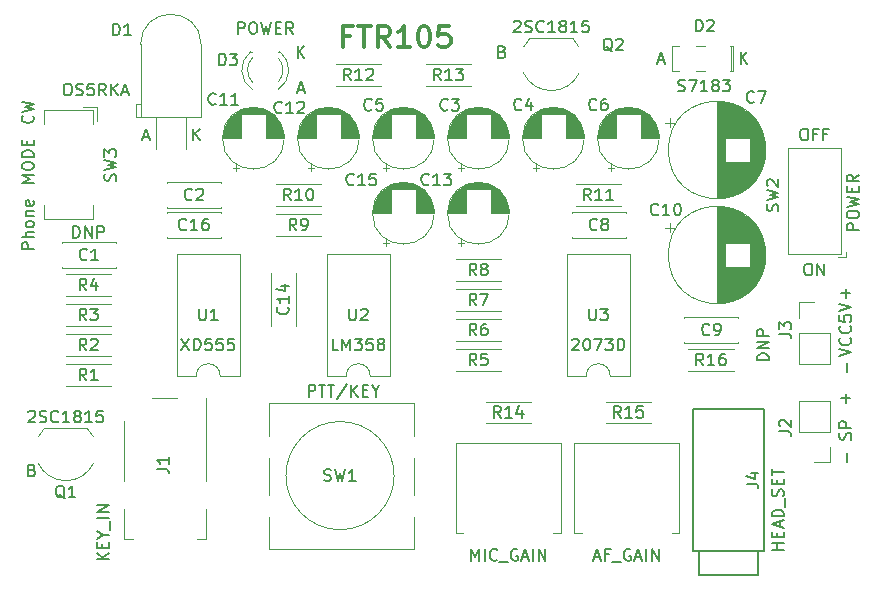
<source format=gto>
G04 #@! TF.GenerationSoftware,KiCad,Pcbnew,(6.0.4)*
G04 #@! TF.CreationDate,2023-12-01T10:37:55+09:00*
G04 #@! TF.ProjectId,ftr105,66747231-3035-42e6-9b69-6361645f7063,Ver.1.1*
G04 #@! TF.SameCoordinates,PX55d4a80PY5f5e100*
G04 #@! TF.FileFunction,Legend,Top*
G04 #@! TF.FilePolarity,Positive*
%FSLAX46Y46*%
G04 Gerber Fmt 4.6, Leading zero omitted, Abs format (unit mm)*
G04 Created by KiCad (PCBNEW (6.0.4)) date 2023-12-01 10:37:55*
%MOMM*%
%LPD*%
G01*
G04 APERTURE LIST*
%ADD10C,0.150000*%
%ADD11C,0.300000*%
%ADD12C,0.120000*%
G04 APERTURE END LIST*
D10*
X15402095Y36047620D02*
X15402095Y37047620D01*
X15973523Y36047620D02*
X15544952Y36619048D01*
X15973523Y37047620D02*
X15402095Y36476191D01*
X70726428Y16434048D02*
X70726428Y17195953D01*
X64122380Y17434286D02*
X63122380Y17434286D01*
X63122380Y17672381D01*
X63170000Y17815239D01*
X63265238Y17910477D01*
X63360476Y17958096D01*
X63550952Y18005715D01*
X63693809Y18005715D01*
X63884285Y17958096D01*
X63979523Y17910477D01*
X64074761Y17815239D01*
X64122380Y17672381D01*
X64122380Y17434286D01*
X64122380Y18434286D02*
X63122380Y18434286D01*
X64122380Y19005715D01*
X63122380Y19005715D01*
X64122380Y19481905D02*
X63122380Y19481905D01*
X63122380Y19862858D01*
X63170000Y19958096D01*
X63217619Y20005715D01*
X63312857Y20053334D01*
X63455714Y20053334D01*
X63550952Y20005715D01*
X63598571Y19958096D01*
X63646190Y19862858D01*
X63646190Y19481905D01*
D11*
X28698571Y44883572D02*
X28098571Y44883572D01*
X28098571Y43940715D02*
X28098571Y45740715D01*
X28955714Y45740715D01*
X29384285Y45740715D02*
X30412857Y45740715D01*
X29898571Y43940715D02*
X29898571Y45740715D01*
X32041428Y43940715D02*
X31441428Y44797858D01*
X31012857Y43940715D02*
X31012857Y45740715D01*
X31698571Y45740715D01*
X31870000Y45655000D01*
X31955714Y45569286D01*
X32041428Y45397858D01*
X32041428Y45140715D01*
X31955714Y44969286D01*
X31870000Y44883572D01*
X31698571Y44797858D01*
X31012857Y44797858D01*
X33755714Y43940715D02*
X32727142Y43940715D01*
X33241428Y43940715D02*
X33241428Y45740715D01*
X33070000Y45483572D01*
X32898571Y45312143D01*
X32727142Y45226429D01*
X34870000Y45740715D02*
X35041428Y45740715D01*
X35212857Y45655000D01*
X35298571Y45569286D01*
X35384285Y45397858D01*
X35470000Y45055000D01*
X35470000Y44626429D01*
X35384285Y44283572D01*
X35298571Y44112143D01*
X35212857Y44026429D01*
X35041428Y43940715D01*
X34870000Y43940715D01*
X34698571Y44026429D01*
X34612857Y44112143D01*
X34527142Y44283572D01*
X34441428Y44626429D01*
X34441428Y45055000D01*
X34527142Y45397858D01*
X34612857Y45569286D01*
X34698571Y45655000D01*
X34870000Y45740715D01*
X37098571Y45740715D02*
X36241428Y45740715D01*
X36155714Y44883572D01*
X36241428Y44969286D01*
X36412857Y45055000D01*
X36841428Y45055000D01*
X37012857Y44969286D01*
X37098571Y44883572D01*
X37184285Y44712143D01*
X37184285Y44283572D01*
X37098571Y44112143D01*
X37012857Y44026429D01*
X36841428Y43940715D01*
X36412857Y43940715D01*
X36241428Y44026429D01*
X36155714Y44112143D01*
D10*
X70726428Y8814048D02*
X70726428Y9575953D01*
X41571428Y43556429D02*
X41714285Y43508810D01*
X41761904Y43461191D01*
X41809523Y43365953D01*
X41809523Y43223096D01*
X41761904Y43127858D01*
X41714285Y43080239D01*
X41619047Y43032620D01*
X41238095Y43032620D01*
X41238095Y44032620D01*
X41571428Y44032620D01*
X41666666Y43985000D01*
X41714285Y43937381D01*
X41761904Y43842143D01*
X41761904Y43746905D01*
X41714285Y43651667D01*
X41666666Y43604048D01*
X41571428Y43556429D01*
X41238095Y43556429D01*
X70274047Y23093572D02*
X71035952Y23093572D01*
X70655000Y22712620D02*
X70655000Y23474524D01*
X1797142Y38143096D02*
X1844761Y38095477D01*
X1892380Y37952620D01*
X1892380Y37857381D01*
X1844761Y37714524D01*
X1749523Y37619286D01*
X1654285Y37571667D01*
X1463809Y37524048D01*
X1320952Y37524048D01*
X1130476Y37571667D01*
X1035238Y37619286D01*
X940000Y37714524D01*
X892380Y37857381D01*
X892380Y37952620D01*
X940000Y38095477D01*
X987619Y38143096D01*
X892380Y38476429D02*
X1892380Y38714524D01*
X1178095Y38905000D01*
X1892380Y39095477D01*
X892380Y39333572D01*
X11191904Y36333334D02*
X11668095Y36333334D01*
X11096666Y36047620D02*
X11430000Y37047620D01*
X11763333Y36047620D01*
X67380952Y25617620D02*
X67571428Y25617620D01*
X67666666Y25570000D01*
X67761904Y25474762D01*
X67809523Y25284286D01*
X67809523Y24950953D01*
X67761904Y24760477D01*
X67666666Y24665239D01*
X67571428Y24617620D01*
X67380952Y24617620D01*
X67285714Y24665239D01*
X67190476Y24760477D01*
X67142857Y24950953D01*
X67142857Y25284286D01*
X67190476Y25474762D01*
X67285714Y25570000D01*
X67380952Y25617620D01*
X68238095Y24617620D02*
X68238095Y25617620D01*
X68809523Y24617620D01*
X68809523Y25617620D01*
X67047619Y37047620D02*
X67238095Y37047620D01*
X67333333Y37000000D01*
X67428571Y36904762D01*
X67476190Y36714286D01*
X67476190Y36380953D01*
X67428571Y36190477D01*
X67333333Y36095239D01*
X67238095Y36047620D01*
X67047619Y36047620D01*
X66952380Y36095239D01*
X66857142Y36190477D01*
X66809523Y36380953D01*
X66809523Y36714286D01*
X66857142Y36904762D01*
X66952380Y37000000D01*
X67047619Y37047620D01*
X68238095Y36571429D02*
X67904761Y36571429D01*
X67904761Y36047620D02*
X67904761Y37047620D01*
X68380952Y37047620D01*
X69095238Y36571429D02*
X68761904Y36571429D01*
X68761904Y36047620D02*
X68761904Y37047620D01*
X69238095Y37047620D01*
X24238095Y43047620D02*
X24238095Y44047620D01*
X24809523Y43047620D02*
X24380952Y43619048D01*
X24809523Y44047620D02*
X24238095Y43476191D01*
X1765428Y8123429D02*
X1908285Y8075810D01*
X1955904Y8028191D01*
X2003523Y7932953D01*
X2003523Y7790096D01*
X1955904Y7694858D01*
X1908285Y7647239D01*
X1813047Y7599620D01*
X1432095Y7599620D01*
X1432095Y8599620D01*
X1765428Y8599620D01*
X1860666Y8552000D01*
X1908285Y8504381D01*
X1955904Y8409143D01*
X1955904Y8313905D01*
X1908285Y8218667D01*
X1860666Y8171048D01*
X1765428Y8123429D01*
X1432095Y8123429D01*
X54761904Y42833334D02*
X55238095Y42833334D01*
X54666666Y42547620D02*
X55000000Y43547620D01*
X55333333Y42547620D01*
X24261904Y40333334D02*
X24738095Y40333334D01*
X24166666Y40047620D02*
X24500000Y41047620D01*
X24833333Y40047620D01*
X1892380Y26832381D02*
X892380Y26832381D01*
X892380Y27213334D01*
X940000Y27308572D01*
X987619Y27356191D01*
X1082857Y27403810D01*
X1225714Y27403810D01*
X1320952Y27356191D01*
X1368571Y27308572D01*
X1416190Y27213334D01*
X1416190Y26832381D01*
X1892380Y27832381D02*
X892380Y27832381D01*
X1892380Y28260953D02*
X1368571Y28260953D01*
X1273333Y28213334D01*
X1225714Y28118096D01*
X1225714Y27975239D01*
X1273333Y27880000D01*
X1320952Y27832381D01*
X1892380Y28880000D02*
X1844761Y28784762D01*
X1797142Y28737143D01*
X1701904Y28689524D01*
X1416190Y28689524D01*
X1320952Y28737143D01*
X1273333Y28784762D01*
X1225714Y28880000D01*
X1225714Y29022858D01*
X1273333Y29118096D01*
X1320952Y29165715D01*
X1416190Y29213334D01*
X1701904Y29213334D01*
X1797142Y29165715D01*
X1844761Y29118096D01*
X1892380Y29022858D01*
X1892380Y28880000D01*
X1225714Y29641905D02*
X1892380Y29641905D01*
X1320952Y29641905D02*
X1273333Y29689524D01*
X1225714Y29784762D01*
X1225714Y29927620D01*
X1273333Y30022858D01*
X1368571Y30070477D01*
X1892380Y30070477D01*
X1844761Y30927620D02*
X1892380Y30832381D01*
X1892380Y30641905D01*
X1844761Y30546667D01*
X1749523Y30499048D01*
X1368571Y30499048D01*
X1273333Y30546667D01*
X1225714Y30641905D01*
X1225714Y30832381D01*
X1273333Y30927620D01*
X1368571Y30975239D01*
X1463809Y30975239D01*
X1559047Y30499048D01*
X5234285Y27792620D02*
X5234285Y28792620D01*
X5472380Y28792620D01*
X5615238Y28745000D01*
X5710476Y28649762D01*
X5758095Y28554524D01*
X5805714Y28364048D01*
X5805714Y28221191D01*
X5758095Y28030715D01*
X5710476Y27935477D01*
X5615238Y27840239D01*
X5472380Y27792620D01*
X5234285Y27792620D01*
X6234285Y27792620D02*
X6234285Y28792620D01*
X6805714Y27792620D01*
X6805714Y28792620D01*
X7281904Y27792620D02*
X7281904Y28792620D01*
X7662857Y28792620D01*
X7758095Y28745000D01*
X7805714Y28697381D01*
X7853333Y28602143D01*
X7853333Y28459286D01*
X7805714Y28364048D01*
X7758095Y28316429D01*
X7662857Y28268810D01*
X7281904Y28268810D01*
X70274047Y14203572D02*
X71035952Y14203572D01*
X70655000Y13822620D02*
X70655000Y14584524D01*
X61738095Y42547620D02*
X61738095Y43547620D01*
X62309523Y42547620D02*
X61880952Y43119048D01*
X62309523Y43547620D02*
X61738095Y42976191D01*
X26496666Y7255239D02*
X26639523Y7207620D01*
X26877619Y7207620D01*
X26972857Y7255239D01*
X27020476Y7302858D01*
X27068095Y7398096D01*
X27068095Y7493334D01*
X27020476Y7588572D01*
X26972857Y7636191D01*
X26877619Y7683810D01*
X26687142Y7731429D01*
X26591904Y7779048D01*
X26544285Y7826667D01*
X26496666Y7921905D01*
X26496666Y8017143D01*
X26544285Y8112381D01*
X26591904Y8160000D01*
X26687142Y8207620D01*
X26925238Y8207620D01*
X27068095Y8160000D01*
X27401428Y8207620D02*
X27639523Y7207620D01*
X27830000Y7921905D01*
X28020476Y7207620D01*
X28258571Y8207620D01*
X29163333Y7207620D02*
X28591904Y7207620D01*
X28877619Y7207620D02*
X28877619Y8207620D01*
X28782380Y8064762D01*
X28687142Y7969524D01*
X28591904Y7921905D01*
X25171428Y14347620D02*
X25171428Y15347620D01*
X25552380Y15347620D01*
X25647619Y15300000D01*
X25695238Y15252381D01*
X25742857Y15157143D01*
X25742857Y15014286D01*
X25695238Y14919048D01*
X25647619Y14871429D01*
X25552380Y14823810D01*
X25171428Y14823810D01*
X26028571Y15347620D02*
X26600000Y15347620D01*
X26314285Y14347620D02*
X26314285Y15347620D01*
X26790476Y15347620D02*
X27361904Y15347620D01*
X27076190Y14347620D02*
X27076190Y15347620D01*
X28409523Y15395239D02*
X27552380Y14109524D01*
X28742857Y14347620D02*
X28742857Y15347620D01*
X29314285Y14347620D02*
X28885714Y14919048D01*
X29314285Y15347620D02*
X28742857Y14776191D01*
X29742857Y14871429D02*
X30076190Y14871429D01*
X30219047Y14347620D02*
X29742857Y14347620D01*
X29742857Y15347620D01*
X30219047Y15347620D01*
X30838095Y14823810D02*
X30838095Y14347620D01*
X30504761Y15347620D02*
X30838095Y14823810D01*
X31171428Y15347620D01*
X54772142Y29792858D02*
X54724523Y29745239D01*
X54581666Y29697620D01*
X54486428Y29697620D01*
X54343571Y29745239D01*
X54248333Y29840477D01*
X54200714Y29935715D01*
X54153095Y30126191D01*
X54153095Y30269048D01*
X54200714Y30459524D01*
X54248333Y30554762D01*
X54343571Y30650000D01*
X54486428Y30697620D01*
X54581666Y30697620D01*
X54724523Y30650000D01*
X54772142Y30602381D01*
X55724523Y29697620D02*
X55153095Y29697620D01*
X55438809Y29697620D02*
X55438809Y30697620D01*
X55343571Y30554762D01*
X55248333Y30459524D01*
X55153095Y30411905D01*
X56343571Y30697620D02*
X56438809Y30697620D01*
X56534047Y30650000D01*
X56581666Y30602381D01*
X56629285Y30507143D01*
X56676904Y30316667D01*
X56676904Y30078572D01*
X56629285Y29888096D01*
X56581666Y29792858D01*
X56534047Y29745239D01*
X56438809Y29697620D01*
X56343571Y29697620D01*
X56248333Y29745239D01*
X56200714Y29792858D01*
X56153095Y29888096D01*
X56105476Y30078572D01*
X56105476Y30316667D01*
X56153095Y30507143D01*
X56200714Y30602381D01*
X56248333Y30650000D01*
X56343571Y30697620D01*
X17586904Y42397620D02*
X17586904Y43397620D01*
X17825000Y43397620D01*
X17967857Y43350000D01*
X18063095Y43254762D01*
X18110714Y43159524D01*
X18158333Y42969048D01*
X18158333Y42826191D01*
X18110714Y42635715D01*
X18063095Y42540477D01*
X17967857Y42445239D01*
X17825000Y42397620D01*
X17586904Y42397620D01*
X18491666Y43397620D02*
X19110714Y43397620D01*
X18777380Y43016667D01*
X18920238Y43016667D01*
X19015476Y42969048D01*
X19063095Y42921429D01*
X19110714Y42826191D01*
X19110714Y42588096D01*
X19063095Y42492858D01*
X19015476Y42445239D01*
X18920238Y42397620D01*
X18634523Y42397620D01*
X18539285Y42445239D01*
X18491666Y42492858D01*
X19190476Y45047620D02*
X19190476Y46047620D01*
X19571428Y46047620D01*
X19666666Y46000000D01*
X19714285Y45952381D01*
X19761904Y45857143D01*
X19761904Y45714286D01*
X19714285Y45619048D01*
X19666666Y45571429D01*
X19571428Y45523810D01*
X19190476Y45523810D01*
X20380952Y46047620D02*
X20571428Y46047620D01*
X20666666Y46000000D01*
X20761904Y45904762D01*
X20809523Y45714286D01*
X20809523Y45380953D01*
X20761904Y45190477D01*
X20666666Y45095239D01*
X20571428Y45047620D01*
X20380952Y45047620D01*
X20285714Y45095239D01*
X20190476Y45190477D01*
X20142857Y45380953D01*
X20142857Y45714286D01*
X20190476Y45904762D01*
X20285714Y46000000D01*
X20380952Y46047620D01*
X21142857Y46047620D02*
X21380952Y45047620D01*
X21571428Y45761905D01*
X21761904Y45047620D01*
X22000000Y46047620D01*
X22380952Y45571429D02*
X22714285Y45571429D01*
X22857142Y45047620D02*
X22380952Y45047620D01*
X22380952Y46047620D01*
X22857142Y46047620D01*
X23857142Y45047620D02*
X23523809Y45523810D01*
X23285714Y45047620D02*
X23285714Y46047620D01*
X23666666Y46047620D01*
X23761904Y46000000D01*
X23809523Y45952381D01*
X23857142Y45857143D01*
X23857142Y45714286D01*
X23809523Y45619048D01*
X23761904Y45571429D01*
X23666666Y45523810D01*
X23285714Y45523810D01*
X15283333Y31062858D02*
X15235714Y31015239D01*
X15092857Y30967620D01*
X14997619Y30967620D01*
X14854761Y31015239D01*
X14759523Y31110477D01*
X14711904Y31205715D01*
X14664285Y31396191D01*
X14664285Y31539048D01*
X14711904Y31729524D01*
X14759523Y31824762D01*
X14854761Y31920000D01*
X14997619Y31967620D01*
X15092857Y31967620D01*
X15235714Y31920000D01*
X15283333Y31872381D01*
X15664285Y31872381D02*
X15711904Y31920000D01*
X15807142Y31967620D01*
X16045238Y31967620D01*
X16140476Y31920000D01*
X16188095Y31872381D01*
X16235714Y31777143D01*
X16235714Y31681905D01*
X16188095Y31539048D01*
X15616666Y30967620D01*
X16235714Y30967620D01*
X28737142Y41127620D02*
X28403809Y41603810D01*
X28165714Y41127620D02*
X28165714Y42127620D01*
X28546666Y42127620D01*
X28641904Y42080000D01*
X28689523Y42032381D01*
X28737142Y41937143D01*
X28737142Y41794286D01*
X28689523Y41699048D01*
X28641904Y41651429D01*
X28546666Y41603810D01*
X28165714Y41603810D01*
X29689523Y41127620D02*
X29118095Y41127620D01*
X29403809Y41127620D02*
X29403809Y42127620D01*
X29308571Y41984762D01*
X29213333Y41889524D01*
X29118095Y41841905D01*
X30070476Y42032381D02*
X30118095Y42080000D01*
X30213333Y42127620D01*
X30451428Y42127620D01*
X30546666Y42080000D01*
X30594285Y42032381D01*
X30641904Y41937143D01*
X30641904Y41841905D01*
X30594285Y41699048D01*
X30022857Y41127620D01*
X30641904Y41127620D01*
X62868333Y39317858D02*
X62820714Y39270239D01*
X62677857Y39222620D01*
X62582619Y39222620D01*
X62439761Y39270239D01*
X62344523Y39365477D01*
X62296904Y39460715D01*
X62249285Y39651191D01*
X62249285Y39794048D01*
X62296904Y39984524D01*
X62344523Y40079762D01*
X62439761Y40175000D01*
X62582619Y40222620D01*
X62677857Y40222620D01*
X62820714Y40175000D01*
X62868333Y40127381D01*
X63201666Y40222620D02*
X63868333Y40222620D01*
X63439761Y39222620D01*
X28991142Y32332858D02*
X28943523Y32285239D01*
X28800666Y32237620D01*
X28705428Y32237620D01*
X28562571Y32285239D01*
X28467333Y32380477D01*
X28419714Y32475715D01*
X28372095Y32666191D01*
X28372095Y32809048D01*
X28419714Y32999524D01*
X28467333Y33094762D01*
X28562571Y33190000D01*
X28705428Y33237620D01*
X28800666Y33237620D01*
X28943523Y33190000D01*
X28991142Y33142381D01*
X29943523Y32237620D02*
X29372095Y32237620D01*
X29657809Y32237620D02*
X29657809Y33237620D01*
X29562571Y33094762D01*
X29467333Y32999524D01*
X29372095Y32951905D01*
X30848285Y33237620D02*
X30372095Y33237620D01*
X30324476Y32761429D01*
X30372095Y32809048D01*
X30467333Y32856667D01*
X30705428Y32856667D01*
X30800666Y32809048D01*
X30848285Y32761429D01*
X30895904Y32666191D01*
X30895904Y32428096D01*
X30848285Y32332858D01*
X30800666Y32285239D01*
X30705428Y32237620D01*
X30467333Y32237620D01*
X30372095Y32285239D01*
X30324476Y32332858D01*
X14807142Y28522858D02*
X14759523Y28475239D01*
X14616666Y28427620D01*
X14521428Y28427620D01*
X14378571Y28475239D01*
X14283333Y28570477D01*
X14235714Y28665715D01*
X14188095Y28856191D01*
X14188095Y28999048D01*
X14235714Y29189524D01*
X14283333Y29284762D01*
X14378571Y29380000D01*
X14521428Y29427620D01*
X14616666Y29427620D01*
X14759523Y29380000D01*
X14807142Y29332381D01*
X15759523Y28427620D02*
X15188095Y28427620D01*
X15473809Y28427620D02*
X15473809Y29427620D01*
X15378571Y29284762D01*
X15283333Y29189524D01*
X15188095Y29141905D01*
X16616666Y29427620D02*
X16426190Y29427620D01*
X16330952Y29380000D01*
X16283333Y29332381D01*
X16188095Y29189524D01*
X16140476Y28999048D01*
X16140476Y28618096D01*
X16188095Y28522858D01*
X16235714Y28475239D01*
X16330952Y28427620D01*
X16521428Y28427620D01*
X16616666Y28475239D01*
X16664285Y28522858D01*
X16711904Y28618096D01*
X16711904Y28856191D01*
X16664285Y28951429D01*
X16616666Y28999048D01*
X16521428Y29046667D01*
X16330952Y29046667D01*
X16235714Y28999048D01*
X16188095Y28951429D01*
X16140476Y28856191D01*
X6353333Y18267620D02*
X6020000Y18743810D01*
X5781904Y18267620D02*
X5781904Y19267620D01*
X6162857Y19267620D01*
X6258095Y19220000D01*
X6305714Y19172381D01*
X6353333Y19077143D01*
X6353333Y18934286D01*
X6305714Y18839048D01*
X6258095Y18791429D01*
X6162857Y18743810D01*
X5781904Y18743810D01*
X6734285Y19172381D02*
X6781904Y19220000D01*
X6877142Y19267620D01*
X7115238Y19267620D01*
X7210476Y19220000D01*
X7258095Y19172381D01*
X7305714Y19077143D01*
X7305714Y18981905D01*
X7258095Y18839048D01*
X6686666Y18267620D01*
X7305714Y18267620D01*
X49057142Y30967620D02*
X48723809Y31443810D01*
X48485714Y30967620D02*
X48485714Y31967620D01*
X48866666Y31967620D01*
X48961904Y31920000D01*
X49009523Y31872381D01*
X49057142Y31777143D01*
X49057142Y31634286D01*
X49009523Y31539048D01*
X48961904Y31491429D01*
X48866666Y31443810D01*
X48485714Y31443810D01*
X50009523Y30967620D02*
X49438095Y30967620D01*
X49723809Y30967620D02*
X49723809Y31967620D01*
X49628571Y31824762D01*
X49533333Y31729524D01*
X49438095Y31681905D01*
X50961904Y30967620D02*
X50390476Y30967620D01*
X50676190Y30967620D02*
X50676190Y31967620D01*
X50580952Y31824762D01*
X50485714Y31729524D01*
X50390476Y31681905D01*
X64904761Y30086667D02*
X64952380Y30229524D01*
X64952380Y30467620D01*
X64904761Y30562858D01*
X64857142Y30610477D01*
X64761904Y30658096D01*
X64666666Y30658096D01*
X64571428Y30610477D01*
X64523809Y30562858D01*
X64476190Y30467620D01*
X64428571Y30277143D01*
X64380952Y30181905D01*
X64333333Y30134286D01*
X64238095Y30086667D01*
X64142857Y30086667D01*
X64047619Y30134286D01*
X64000000Y30181905D01*
X63952380Y30277143D01*
X63952380Y30515239D01*
X64000000Y30658096D01*
X63952380Y30991429D02*
X64952380Y31229524D01*
X64238095Y31420000D01*
X64952380Y31610477D01*
X63952380Y31848572D01*
X64047619Y32181905D02*
X64000000Y32229524D01*
X63952380Y32324762D01*
X63952380Y32562858D01*
X64000000Y32658096D01*
X64047619Y32705715D01*
X64142857Y32753334D01*
X64238095Y32753334D01*
X64380952Y32705715D01*
X64952380Y32134286D01*
X64952380Y32753334D01*
X71742380Y28475477D02*
X70742380Y28475477D01*
X70742380Y28856429D01*
X70790000Y28951667D01*
X70837619Y28999286D01*
X70932857Y29046905D01*
X71075714Y29046905D01*
X71170952Y28999286D01*
X71218571Y28951667D01*
X71266190Y28856429D01*
X71266190Y28475477D01*
X70742380Y29665953D02*
X70742380Y29856429D01*
X70790000Y29951667D01*
X70885238Y30046905D01*
X71075714Y30094524D01*
X71409047Y30094524D01*
X71599523Y30046905D01*
X71694761Y29951667D01*
X71742380Y29856429D01*
X71742380Y29665953D01*
X71694761Y29570715D01*
X71599523Y29475477D01*
X71409047Y29427858D01*
X71075714Y29427858D01*
X70885238Y29475477D01*
X70790000Y29570715D01*
X70742380Y29665953D01*
X70742380Y30427858D02*
X71742380Y30665953D01*
X71028095Y30856429D01*
X71742380Y31046905D01*
X70742380Y31285000D01*
X71218571Y31665953D02*
X71218571Y31999286D01*
X71742380Y32142143D02*
X71742380Y31665953D01*
X70742380Y31665953D01*
X70742380Y32142143D01*
X71742380Y33142143D02*
X71266190Y32808810D01*
X71742380Y32570715D02*
X70742380Y32570715D01*
X70742380Y32951667D01*
X70790000Y33046905D01*
X70837619Y33094524D01*
X70932857Y33142143D01*
X71075714Y33142143D01*
X71170952Y33094524D01*
X71218571Y33046905D01*
X71266190Y32951667D01*
X71266190Y32570715D01*
X39373333Y22077620D02*
X39040000Y22553810D01*
X38801904Y22077620D02*
X38801904Y23077620D01*
X39182857Y23077620D01*
X39278095Y23030000D01*
X39325714Y22982381D01*
X39373333Y22887143D01*
X39373333Y22744286D01*
X39325714Y22649048D01*
X39278095Y22601429D01*
X39182857Y22553810D01*
X38801904Y22553810D01*
X39706666Y23077620D02*
X40373333Y23077620D01*
X39944761Y22077620D01*
X38937142Y457620D02*
X38937142Y1457620D01*
X39270476Y743334D01*
X39603809Y1457620D01*
X39603809Y457620D01*
X40080000Y457620D02*
X40080000Y1457620D01*
X41127619Y552858D02*
X41080000Y505239D01*
X40937142Y457620D01*
X40841904Y457620D01*
X40699047Y505239D01*
X40603809Y600477D01*
X40556190Y695715D01*
X40508571Y886191D01*
X40508571Y1029048D01*
X40556190Y1219524D01*
X40603809Y1314762D01*
X40699047Y1410000D01*
X40841904Y1457620D01*
X40937142Y1457620D01*
X41080000Y1410000D01*
X41127619Y1362381D01*
X41318095Y362381D02*
X42080000Y362381D01*
X42841904Y1410000D02*
X42746666Y1457620D01*
X42603809Y1457620D01*
X42460952Y1410000D01*
X42365714Y1314762D01*
X42318095Y1219524D01*
X42270476Y1029048D01*
X42270476Y886191D01*
X42318095Y695715D01*
X42365714Y600477D01*
X42460952Y505239D01*
X42603809Y457620D01*
X42699047Y457620D01*
X42841904Y505239D01*
X42889523Y552858D01*
X42889523Y886191D01*
X42699047Y886191D01*
X43270476Y743334D02*
X43746666Y743334D01*
X43175238Y457620D02*
X43508571Y1457620D01*
X43841904Y457620D01*
X44175238Y457620D02*
X44175238Y1457620D01*
X44651428Y457620D02*
X44651428Y1457620D01*
X45222857Y457620D01*
X45222857Y1457620D01*
X23387142Y21927143D02*
X23434761Y21879524D01*
X23482380Y21736667D01*
X23482380Y21641429D01*
X23434761Y21498572D01*
X23339523Y21403334D01*
X23244285Y21355715D01*
X23053809Y21308096D01*
X22910952Y21308096D01*
X22720476Y21355715D01*
X22625238Y21403334D01*
X22530000Y21498572D01*
X22482380Y21641429D01*
X22482380Y21736667D01*
X22530000Y21879524D01*
X22577619Y21927143D01*
X23482380Y22879524D02*
X23482380Y22308096D01*
X23482380Y22593810D02*
X22482380Y22593810D01*
X22625238Y22498572D01*
X22720476Y22403334D01*
X22768095Y22308096D01*
X22815714Y23736667D02*
X23482380Y23736667D01*
X22434761Y23498572D02*
X23149047Y23260477D01*
X23149047Y23879524D01*
X23657142Y30967620D02*
X23323809Y31443810D01*
X23085714Y30967620D02*
X23085714Y31967620D01*
X23466666Y31967620D01*
X23561904Y31920000D01*
X23609523Y31872381D01*
X23657142Y31777143D01*
X23657142Y31634286D01*
X23609523Y31539048D01*
X23561904Y31491429D01*
X23466666Y31443810D01*
X23085714Y31443810D01*
X24609523Y30967620D02*
X24038095Y30967620D01*
X24323809Y30967620D02*
X24323809Y31967620D01*
X24228571Y31824762D01*
X24133333Y31729524D01*
X24038095Y31681905D01*
X25228571Y31967620D02*
X25323809Y31967620D01*
X25419047Y31920000D01*
X25466666Y31872381D01*
X25514285Y31777143D01*
X25561904Y31586667D01*
X25561904Y31348572D01*
X25514285Y31158096D01*
X25466666Y31062858D01*
X25419047Y31015239D01*
X25323809Y30967620D01*
X25228571Y30967620D01*
X25133333Y31015239D01*
X25085714Y31062858D01*
X25038095Y31158096D01*
X24990476Y31348572D01*
X24990476Y31586667D01*
X25038095Y31777143D01*
X25085714Y31872381D01*
X25133333Y31920000D01*
X25228571Y31967620D01*
X6353333Y20807620D02*
X6020000Y21283810D01*
X5781904Y20807620D02*
X5781904Y21807620D01*
X6162857Y21807620D01*
X6258095Y21760000D01*
X6305714Y21712381D01*
X6353333Y21617143D01*
X6353333Y21474286D01*
X6305714Y21379048D01*
X6258095Y21331429D01*
X6162857Y21283810D01*
X5781904Y21283810D01*
X6686666Y21807620D02*
X7305714Y21807620D01*
X6972380Y21426667D01*
X7115238Y21426667D01*
X7210476Y21379048D01*
X7258095Y21331429D01*
X7305714Y21236191D01*
X7305714Y20998096D01*
X7258095Y20902858D01*
X7210476Y20855239D01*
X7115238Y20807620D01*
X6829523Y20807620D01*
X6734285Y20855239D01*
X6686666Y20902858D01*
X41437142Y12552620D02*
X41103809Y13028810D01*
X40865714Y12552620D02*
X40865714Y13552620D01*
X41246666Y13552620D01*
X41341904Y13505000D01*
X41389523Y13457381D01*
X41437142Y13362143D01*
X41437142Y13219286D01*
X41389523Y13124048D01*
X41341904Y13076429D01*
X41246666Y13028810D01*
X40865714Y13028810D01*
X42389523Y12552620D02*
X41818095Y12552620D01*
X42103809Y12552620D02*
X42103809Y13552620D01*
X42008571Y13409762D01*
X41913333Y13314524D01*
X41818095Y13266905D01*
X43246666Y13219286D02*
X43246666Y12552620D01*
X43008571Y13600239D02*
X42770476Y12885953D01*
X43389523Y12885953D01*
X35341142Y32332858D02*
X35293523Y32285239D01*
X35150666Y32237620D01*
X35055428Y32237620D01*
X34912571Y32285239D01*
X34817333Y32380477D01*
X34769714Y32475715D01*
X34722095Y32666191D01*
X34722095Y32809048D01*
X34769714Y32999524D01*
X34817333Y33094762D01*
X34912571Y33190000D01*
X35055428Y33237620D01*
X35150666Y33237620D01*
X35293523Y33190000D01*
X35341142Y33142381D01*
X36293523Y32237620D02*
X35722095Y32237620D01*
X36007809Y32237620D02*
X36007809Y33237620D01*
X35912571Y33094762D01*
X35817333Y32999524D01*
X35722095Y32951905D01*
X36626857Y33237620D02*
X37245904Y33237620D01*
X36912571Y32856667D01*
X37055428Y32856667D01*
X37150666Y32809048D01*
X37198285Y32761429D01*
X37245904Y32666191D01*
X37245904Y32428096D01*
X37198285Y32332858D01*
X37150666Y32285239D01*
X37055428Y32237620D01*
X36769714Y32237620D01*
X36674476Y32285239D01*
X36626857Y32332858D01*
X58582142Y16997620D02*
X58248809Y17473810D01*
X58010714Y16997620D02*
X58010714Y17997620D01*
X58391666Y17997620D01*
X58486904Y17950000D01*
X58534523Y17902381D01*
X58582142Y17807143D01*
X58582142Y17664286D01*
X58534523Y17569048D01*
X58486904Y17521429D01*
X58391666Y17473810D01*
X58010714Y17473810D01*
X59534523Y16997620D02*
X58963095Y16997620D01*
X59248809Y16997620D02*
X59248809Y17997620D01*
X59153571Y17854762D01*
X59058333Y17759524D01*
X58963095Y17711905D01*
X60391666Y17997620D02*
X60201190Y17997620D01*
X60105952Y17950000D01*
X60058333Y17902381D01*
X59963095Y17759524D01*
X59915476Y17569048D01*
X59915476Y17188096D01*
X59963095Y17092858D01*
X60010714Y17045239D01*
X60105952Y16997620D01*
X60296428Y16997620D01*
X60391666Y17045239D01*
X60439285Y17092858D01*
X60486904Y17188096D01*
X60486904Y17426191D01*
X60439285Y17521429D01*
X60391666Y17569048D01*
X60296428Y17616667D01*
X60105952Y17616667D01*
X60010714Y17569048D01*
X59963095Y17521429D01*
X59915476Y17426191D01*
X15908095Y21807620D02*
X15908095Y20998096D01*
X15955714Y20902858D01*
X16003333Y20855239D01*
X16098571Y20807620D01*
X16289047Y20807620D01*
X16384285Y20855239D01*
X16431904Y20902858D01*
X16479523Y20998096D01*
X16479523Y21807620D01*
X17479523Y20807620D02*
X16908095Y20807620D01*
X17193809Y20807620D02*
X17193809Y21807620D01*
X17098571Y21664762D01*
X17003333Y21569524D01*
X16908095Y21521905D01*
X14408095Y19267620D02*
X15074761Y18267620D01*
X15074761Y19267620D02*
X14408095Y18267620D01*
X15455714Y18267620D02*
X15455714Y19267620D01*
X15693809Y19267620D01*
X15836666Y19220000D01*
X15931904Y19124762D01*
X15979523Y19029524D01*
X16027142Y18839048D01*
X16027142Y18696191D01*
X15979523Y18505715D01*
X15931904Y18410477D01*
X15836666Y18315239D01*
X15693809Y18267620D01*
X15455714Y18267620D01*
X16931904Y19267620D02*
X16455714Y19267620D01*
X16408095Y18791429D01*
X16455714Y18839048D01*
X16550952Y18886667D01*
X16789047Y18886667D01*
X16884285Y18839048D01*
X16931904Y18791429D01*
X16979523Y18696191D01*
X16979523Y18458096D01*
X16931904Y18362858D01*
X16884285Y18315239D01*
X16789047Y18267620D01*
X16550952Y18267620D01*
X16455714Y18315239D01*
X16408095Y18362858D01*
X17884285Y19267620D02*
X17408095Y19267620D01*
X17360476Y18791429D01*
X17408095Y18839048D01*
X17503333Y18886667D01*
X17741428Y18886667D01*
X17836666Y18839048D01*
X17884285Y18791429D01*
X17931904Y18696191D01*
X17931904Y18458096D01*
X17884285Y18362858D01*
X17836666Y18315239D01*
X17741428Y18267620D01*
X17503333Y18267620D01*
X17408095Y18315239D01*
X17360476Y18362858D01*
X18836666Y19267620D02*
X18360476Y19267620D01*
X18312857Y18791429D01*
X18360476Y18839048D01*
X18455714Y18886667D01*
X18693809Y18886667D01*
X18789047Y18839048D01*
X18836666Y18791429D01*
X18884285Y18696191D01*
X18884285Y18458096D01*
X18836666Y18362858D01*
X18789047Y18315239D01*
X18693809Y18267620D01*
X18455714Y18267620D01*
X18360476Y18315239D01*
X18312857Y18362858D01*
X65027380Y11401667D02*
X65741666Y11401667D01*
X65884523Y11354048D01*
X65979761Y11258810D01*
X66027380Y11115953D01*
X66027380Y11020715D01*
X65122619Y11830239D02*
X65075000Y11877858D01*
X65027380Y11973096D01*
X65027380Y12211191D01*
X65075000Y12306429D01*
X65122619Y12354048D01*
X65217857Y12401667D01*
X65313095Y12401667D01*
X65455952Y12354048D01*
X66027380Y11782620D01*
X66027380Y12401667D01*
X71059761Y10714286D02*
X71107380Y10857143D01*
X71107380Y11095239D01*
X71059761Y11190477D01*
X71012142Y11238096D01*
X70916904Y11285715D01*
X70821666Y11285715D01*
X70726428Y11238096D01*
X70678809Y11190477D01*
X70631190Y11095239D01*
X70583571Y10904762D01*
X70535952Y10809524D01*
X70488333Y10761905D01*
X70393095Y10714286D01*
X70297857Y10714286D01*
X70202619Y10761905D01*
X70155000Y10809524D01*
X70107380Y10904762D01*
X70107380Y11142858D01*
X70155000Y11285715D01*
X71107380Y11714286D02*
X70107380Y11714286D01*
X70107380Y12095239D01*
X70155000Y12190477D01*
X70202619Y12238096D01*
X70297857Y12285715D01*
X70440714Y12285715D01*
X70535952Y12238096D01*
X70583571Y12190477D01*
X70631190Y12095239D01*
X70631190Y11714286D01*
X49533333Y38682858D02*
X49485714Y38635239D01*
X49342857Y38587620D01*
X49247619Y38587620D01*
X49104761Y38635239D01*
X49009523Y38730477D01*
X48961904Y38825715D01*
X48914285Y39016191D01*
X48914285Y39159048D01*
X48961904Y39349524D01*
X49009523Y39444762D01*
X49104761Y39540000D01*
X49247619Y39587620D01*
X49342857Y39587620D01*
X49485714Y39540000D01*
X49533333Y39492381D01*
X50390476Y39587620D02*
X50200000Y39587620D01*
X50104761Y39540000D01*
X50057142Y39492381D01*
X49961904Y39349524D01*
X49914285Y39159048D01*
X49914285Y38778096D01*
X49961904Y38682858D01*
X50009523Y38635239D01*
X50104761Y38587620D01*
X50295238Y38587620D01*
X50390476Y38635239D01*
X50438095Y38682858D01*
X50485714Y38778096D01*
X50485714Y39016191D01*
X50438095Y39111429D01*
X50390476Y39159048D01*
X50295238Y39206667D01*
X50104761Y39206667D01*
X50009523Y39159048D01*
X49961904Y39111429D01*
X49914285Y39016191D01*
X57956904Y45267620D02*
X57956904Y46267620D01*
X58195000Y46267620D01*
X58337857Y46220000D01*
X58433095Y46124762D01*
X58480714Y46029524D01*
X58528333Y45839048D01*
X58528333Y45696191D01*
X58480714Y45505715D01*
X58433095Y45410477D01*
X58337857Y45315239D01*
X58195000Y45267620D01*
X57956904Y45267620D01*
X58909285Y46172381D02*
X58956904Y46220000D01*
X59052142Y46267620D01*
X59290238Y46267620D01*
X59385476Y46220000D01*
X59433095Y46172381D01*
X59480714Y46077143D01*
X59480714Y45981905D01*
X59433095Y45839048D01*
X58861666Y45267620D01*
X59480714Y45267620D01*
X56464523Y40235239D02*
X56607380Y40187620D01*
X56845476Y40187620D01*
X56940714Y40235239D01*
X56988333Y40282858D01*
X57035952Y40378096D01*
X57035952Y40473334D01*
X56988333Y40568572D01*
X56940714Y40616191D01*
X56845476Y40663810D01*
X56655000Y40711429D01*
X56559761Y40759048D01*
X56512142Y40806667D01*
X56464523Y40901905D01*
X56464523Y40997143D01*
X56512142Y41092381D01*
X56559761Y41140000D01*
X56655000Y41187620D01*
X56893095Y41187620D01*
X57035952Y41140000D01*
X57369285Y41187620D02*
X58035952Y41187620D01*
X57607380Y40187620D01*
X58940714Y40187620D02*
X58369285Y40187620D01*
X58655000Y40187620D02*
X58655000Y41187620D01*
X58559761Y41044762D01*
X58464523Y40949524D01*
X58369285Y40901905D01*
X59512142Y40759048D02*
X59416904Y40806667D01*
X59369285Y40854286D01*
X59321666Y40949524D01*
X59321666Y40997143D01*
X59369285Y41092381D01*
X59416904Y41140000D01*
X59512142Y41187620D01*
X59702619Y41187620D01*
X59797857Y41140000D01*
X59845476Y41092381D01*
X59893095Y40997143D01*
X59893095Y40949524D01*
X59845476Y40854286D01*
X59797857Y40806667D01*
X59702619Y40759048D01*
X59512142Y40759048D01*
X59416904Y40711429D01*
X59369285Y40663810D01*
X59321666Y40568572D01*
X59321666Y40378096D01*
X59369285Y40282858D01*
X59416904Y40235239D01*
X59512142Y40187620D01*
X59702619Y40187620D01*
X59797857Y40235239D01*
X59845476Y40282858D01*
X59893095Y40378096D01*
X59893095Y40568572D01*
X59845476Y40663810D01*
X59797857Y40711429D01*
X59702619Y40759048D01*
X60226428Y41187620D02*
X60845476Y41187620D01*
X60512142Y40806667D01*
X60655000Y40806667D01*
X60750238Y40759048D01*
X60797857Y40711429D01*
X60845476Y40616191D01*
X60845476Y40378096D01*
X60797857Y40282858D01*
X60750238Y40235239D01*
X60655000Y40187620D01*
X60369285Y40187620D01*
X60274047Y40235239D01*
X60226428Y40282858D01*
X39373333Y16997620D02*
X39040000Y17473810D01*
X38801904Y16997620D02*
X38801904Y17997620D01*
X39182857Y17997620D01*
X39278095Y17950000D01*
X39325714Y17902381D01*
X39373333Y17807143D01*
X39373333Y17664286D01*
X39325714Y17569048D01*
X39278095Y17521429D01*
X39182857Y17473810D01*
X38801904Y17473810D01*
X40278095Y17997620D02*
X39801904Y17997620D01*
X39754285Y17521429D01*
X39801904Y17569048D01*
X39897142Y17616667D01*
X40135238Y17616667D01*
X40230476Y17569048D01*
X40278095Y17521429D01*
X40325714Y17426191D01*
X40325714Y17188096D01*
X40278095Y17092858D01*
X40230476Y17045239D01*
X40135238Y16997620D01*
X39897142Y16997620D01*
X39801904Y17045239D01*
X39754285Y17092858D01*
X22895142Y38428858D02*
X22847523Y38381239D01*
X22704666Y38333620D01*
X22609428Y38333620D01*
X22466571Y38381239D01*
X22371333Y38476477D01*
X22323714Y38571715D01*
X22276095Y38762191D01*
X22276095Y38905048D01*
X22323714Y39095524D01*
X22371333Y39190762D01*
X22466571Y39286000D01*
X22609428Y39333620D01*
X22704666Y39333620D01*
X22847523Y39286000D01*
X22895142Y39238381D01*
X23847523Y38333620D02*
X23276095Y38333620D01*
X23561809Y38333620D02*
X23561809Y39333620D01*
X23466571Y39190762D01*
X23371333Y39095524D01*
X23276095Y39047905D01*
X24228476Y39238381D02*
X24276095Y39286000D01*
X24371333Y39333620D01*
X24609428Y39333620D01*
X24704666Y39286000D01*
X24752285Y39238381D01*
X24799904Y39143143D01*
X24799904Y39047905D01*
X24752285Y38905048D01*
X24180857Y38333620D01*
X24799904Y38333620D01*
X24133333Y28427620D02*
X23800000Y28903810D01*
X23561904Y28427620D02*
X23561904Y29427620D01*
X23942857Y29427620D01*
X24038095Y29380000D01*
X24085714Y29332381D01*
X24133333Y29237143D01*
X24133333Y29094286D01*
X24085714Y28999048D01*
X24038095Y28951429D01*
X23942857Y28903810D01*
X23561904Y28903810D01*
X24609523Y28427620D02*
X24800000Y28427620D01*
X24895238Y28475239D01*
X24942857Y28522858D01*
X25038095Y28665715D01*
X25085714Y28856191D01*
X25085714Y29237143D01*
X25038095Y29332381D01*
X24990476Y29380000D01*
X24895238Y29427620D01*
X24704761Y29427620D01*
X24609523Y29380000D01*
X24561904Y29332381D01*
X24514285Y29237143D01*
X24514285Y28999048D01*
X24561904Y28903810D01*
X24609523Y28856191D01*
X24704761Y28808572D01*
X24895238Y28808572D01*
X24990476Y28856191D01*
X25038095Y28903810D01*
X25085714Y28999048D01*
X6353333Y23347620D02*
X6020000Y23823810D01*
X5781904Y23347620D02*
X5781904Y24347620D01*
X6162857Y24347620D01*
X6258095Y24300000D01*
X6305714Y24252381D01*
X6353333Y24157143D01*
X6353333Y24014286D01*
X6305714Y23919048D01*
X6258095Y23871429D01*
X6162857Y23823810D01*
X5781904Y23823810D01*
X7210476Y24014286D02*
X7210476Y23347620D01*
X6972380Y24395239D02*
X6734285Y23680953D01*
X7353333Y23680953D01*
X8599904Y44937620D02*
X8599904Y45937620D01*
X8838000Y45937620D01*
X8980857Y45890000D01*
X9076095Y45794762D01*
X9123714Y45699524D01*
X9171333Y45509048D01*
X9171333Y45366191D01*
X9123714Y45175715D01*
X9076095Y45080477D01*
X8980857Y44985239D01*
X8838000Y44937620D01*
X8599904Y44937620D01*
X10123714Y44937620D02*
X9552285Y44937620D01*
X9838000Y44937620D02*
X9838000Y45937620D01*
X9742761Y45794762D01*
X9647523Y45699524D01*
X9552285Y45651905D01*
X4678809Y40857620D02*
X4869285Y40857620D01*
X4964523Y40810000D01*
X5059761Y40714762D01*
X5107380Y40524286D01*
X5107380Y40190953D01*
X5059761Y40000477D01*
X4964523Y39905239D01*
X4869285Y39857620D01*
X4678809Y39857620D01*
X4583571Y39905239D01*
X4488333Y40000477D01*
X4440714Y40190953D01*
X4440714Y40524286D01*
X4488333Y40714762D01*
X4583571Y40810000D01*
X4678809Y40857620D01*
X5488333Y39905239D02*
X5631190Y39857620D01*
X5869285Y39857620D01*
X5964523Y39905239D01*
X6012142Y39952858D01*
X6059761Y40048096D01*
X6059761Y40143334D01*
X6012142Y40238572D01*
X5964523Y40286191D01*
X5869285Y40333810D01*
X5678809Y40381429D01*
X5583571Y40429048D01*
X5535952Y40476667D01*
X5488333Y40571905D01*
X5488333Y40667143D01*
X5535952Y40762381D01*
X5583571Y40810000D01*
X5678809Y40857620D01*
X5916904Y40857620D01*
X6059761Y40810000D01*
X6964523Y40857620D02*
X6488333Y40857620D01*
X6440714Y40381429D01*
X6488333Y40429048D01*
X6583571Y40476667D01*
X6821666Y40476667D01*
X6916904Y40429048D01*
X6964523Y40381429D01*
X7012142Y40286191D01*
X7012142Y40048096D01*
X6964523Y39952858D01*
X6916904Y39905239D01*
X6821666Y39857620D01*
X6583571Y39857620D01*
X6488333Y39905239D01*
X6440714Y39952858D01*
X8012142Y39857620D02*
X7678809Y40333810D01*
X7440714Y39857620D02*
X7440714Y40857620D01*
X7821666Y40857620D01*
X7916904Y40810000D01*
X7964523Y40762381D01*
X8012142Y40667143D01*
X8012142Y40524286D01*
X7964523Y40429048D01*
X7916904Y40381429D01*
X7821666Y40333810D01*
X7440714Y40333810D01*
X8440714Y39857620D02*
X8440714Y40857620D01*
X9012142Y39857620D02*
X8583571Y40429048D01*
X9012142Y40857620D02*
X8440714Y40286191D01*
X9393095Y40143334D02*
X9869285Y40143334D01*
X9297857Y39857620D02*
X9631190Y40857620D01*
X9964523Y39857620D01*
X49374904Y743334D02*
X49851095Y743334D01*
X49279666Y457620D02*
X49613000Y1457620D01*
X49946333Y457620D01*
X50613000Y981429D02*
X50279666Y981429D01*
X50279666Y457620D02*
X50279666Y1457620D01*
X50755857Y1457620D01*
X50898714Y362381D02*
X51660619Y362381D01*
X52422523Y1410000D02*
X52327285Y1457620D01*
X52184428Y1457620D01*
X52041571Y1410000D01*
X51946333Y1314762D01*
X51898714Y1219524D01*
X51851095Y1029048D01*
X51851095Y886191D01*
X51898714Y695715D01*
X51946333Y600477D01*
X52041571Y505239D01*
X52184428Y457620D01*
X52279666Y457620D01*
X52422523Y505239D01*
X52470142Y552858D01*
X52470142Y886191D01*
X52279666Y886191D01*
X52851095Y743334D02*
X53327285Y743334D01*
X52755857Y457620D02*
X53089190Y1457620D01*
X53422523Y457620D01*
X53755857Y457620D02*
X53755857Y1457620D01*
X54232047Y457620D02*
X54232047Y1457620D01*
X54803476Y457620D01*
X54803476Y1457620D01*
X62259580Y6956667D02*
X62973866Y6956667D01*
X63116723Y6909048D01*
X63211961Y6813810D01*
X63259580Y6670953D01*
X63259580Y6575715D01*
X62592914Y7861429D02*
X63259580Y7861429D01*
X62211961Y7623334D02*
X62926247Y7385239D01*
X62926247Y8004286D01*
X65392380Y1392858D02*
X64392380Y1392858D01*
X64868571Y1392858D02*
X64868571Y1964286D01*
X65392380Y1964286D02*
X64392380Y1964286D01*
X64868571Y2440477D02*
X64868571Y2773810D01*
X65392380Y2916667D02*
X65392380Y2440477D01*
X64392380Y2440477D01*
X64392380Y2916667D01*
X65106666Y3297620D02*
X65106666Y3773810D01*
X65392380Y3202381D02*
X64392380Y3535715D01*
X65392380Y3869048D01*
X65392380Y4202381D02*
X64392380Y4202381D01*
X64392380Y4440477D01*
X64440000Y4583334D01*
X64535238Y4678572D01*
X64630476Y4726191D01*
X64820952Y4773810D01*
X64963809Y4773810D01*
X65154285Y4726191D01*
X65249523Y4678572D01*
X65344761Y4583334D01*
X65392380Y4440477D01*
X65392380Y4202381D01*
X65487619Y4964286D02*
X65487619Y5726191D01*
X65344761Y5916667D02*
X65392380Y6059524D01*
X65392380Y6297620D01*
X65344761Y6392858D01*
X65297142Y6440477D01*
X65201904Y6488096D01*
X65106666Y6488096D01*
X65011428Y6440477D01*
X64963809Y6392858D01*
X64916190Y6297620D01*
X64868571Y6107143D01*
X64820952Y6011905D01*
X64773333Y5964286D01*
X64678095Y5916667D01*
X64582857Y5916667D01*
X64487619Y5964286D01*
X64440000Y6011905D01*
X64392380Y6107143D01*
X64392380Y6345239D01*
X64440000Y6488096D01*
X64868571Y6916667D02*
X64868571Y7250000D01*
X65392380Y7392858D02*
X65392380Y6916667D01*
X64392380Y6916667D01*
X64392380Y7392858D01*
X64392380Y7678572D02*
X64392380Y8250000D01*
X65392380Y7964286D02*
X64392380Y7964286D01*
X51597142Y12552620D02*
X51263809Y13028810D01*
X51025714Y12552620D02*
X51025714Y13552620D01*
X51406666Y13552620D01*
X51501904Y13505000D01*
X51549523Y13457381D01*
X51597142Y13362143D01*
X51597142Y13219286D01*
X51549523Y13124048D01*
X51501904Y13076429D01*
X51406666Y13028810D01*
X51025714Y13028810D01*
X52549523Y12552620D02*
X51978095Y12552620D01*
X52263809Y12552620D02*
X52263809Y13552620D01*
X52168571Y13409762D01*
X52073333Y13314524D01*
X51978095Y13266905D01*
X53454285Y13552620D02*
X52978095Y13552620D01*
X52930476Y13076429D01*
X52978095Y13124048D01*
X53073333Y13171667D01*
X53311428Y13171667D01*
X53406666Y13124048D01*
X53454285Y13076429D01*
X53501904Y12981191D01*
X53501904Y12743096D01*
X53454285Y12647858D01*
X53406666Y12600239D01*
X53311428Y12552620D01*
X53073333Y12552620D01*
X52978095Y12600239D01*
X52930476Y12647858D01*
X48928095Y21807620D02*
X48928095Y20998096D01*
X48975714Y20902858D01*
X49023333Y20855239D01*
X49118571Y20807620D01*
X49309047Y20807620D01*
X49404285Y20855239D01*
X49451904Y20902858D01*
X49499523Y20998096D01*
X49499523Y21807620D01*
X49880476Y21807620D02*
X50499523Y21807620D01*
X50166190Y21426667D01*
X50309047Y21426667D01*
X50404285Y21379048D01*
X50451904Y21331429D01*
X50499523Y21236191D01*
X50499523Y20998096D01*
X50451904Y20902858D01*
X50404285Y20855239D01*
X50309047Y20807620D01*
X50023333Y20807620D01*
X49928095Y20855239D01*
X49880476Y20902858D01*
X47485714Y19172381D02*
X47533333Y19220000D01*
X47628571Y19267620D01*
X47866666Y19267620D01*
X47961904Y19220000D01*
X48009523Y19172381D01*
X48057142Y19077143D01*
X48057142Y18981905D01*
X48009523Y18839048D01*
X47438095Y18267620D01*
X48057142Y18267620D01*
X48676190Y19267620D02*
X48771428Y19267620D01*
X48866666Y19220000D01*
X48914285Y19172381D01*
X48961904Y19077143D01*
X49009523Y18886667D01*
X49009523Y18648572D01*
X48961904Y18458096D01*
X48914285Y18362858D01*
X48866666Y18315239D01*
X48771428Y18267620D01*
X48676190Y18267620D01*
X48580952Y18315239D01*
X48533333Y18362858D01*
X48485714Y18458096D01*
X48438095Y18648572D01*
X48438095Y18886667D01*
X48485714Y19077143D01*
X48533333Y19172381D01*
X48580952Y19220000D01*
X48676190Y19267620D01*
X49342857Y19267620D02*
X50009523Y19267620D01*
X49580952Y18267620D01*
X50295238Y19267620D02*
X50914285Y19267620D01*
X50580952Y18886667D01*
X50723809Y18886667D01*
X50819047Y18839048D01*
X50866666Y18791429D01*
X50914285Y18696191D01*
X50914285Y18458096D01*
X50866666Y18362858D01*
X50819047Y18315239D01*
X50723809Y18267620D01*
X50438095Y18267620D01*
X50342857Y18315239D01*
X50295238Y18362858D01*
X51342857Y18267620D02*
X51342857Y19267620D01*
X51580952Y19267620D01*
X51723809Y19220000D01*
X51819047Y19124762D01*
X51866666Y19029524D01*
X51914285Y18839048D01*
X51914285Y18696191D01*
X51866666Y18505715D01*
X51819047Y18410477D01*
X51723809Y18315239D01*
X51580952Y18267620D01*
X51342857Y18267620D01*
X43183333Y38682858D02*
X43135714Y38635239D01*
X42992857Y38587620D01*
X42897619Y38587620D01*
X42754761Y38635239D01*
X42659523Y38730477D01*
X42611904Y38825715D01*
X42564285Y39016191D01*
X42564285Y39159048D01*
X42611904Y39349524D01*
X42659523Y39444762D01*
X42754761Y39540000D01*
X42897619Y39587620D01*
X42992857Y39587620D01*
X43135714Y39540000D01*
X43183333Y39492381D01*
X44040476Y39254286D02*
X44040476Y38587620D01*
X43802380Y39635239D02*
X43564285Y38920953D01*
X44183333Y38920953D01*
X50874761Y43572381D02*
X50779523Y43620000D01*
X50684285Y43715239D01*
X50541428Y43858096D01*
X50446190Y43905715D01*
X50350952Y43905715D01*
X50398571Y43667620D02*
X50303333Y43715239D01*
X50208095Y43810477D01*
X50160476Y44000953D01*
X50160476Y44334286D01*
X50208095Y44524762D01*
X50303333Y44620000D01*
X50398571Y44667620D01*
X50589047Y44667620D01*
X50684285Y44620000D01*
X50779523Y44524762D01*
X50827142Y44334286D01*
X50827142Y44000953D01*
X50779523Y43810477D01*
X50684285Y43715239D01*
X50589047Y43667620D01*
X50398571Y43667620D01*
X51208095Y44572381D02*
X51255714Y44620000D01*
X51350952Y44667620D01*
X51589047Y44667620D01*
X51684285Y44620000D01*
X51731904Y44572381D01*
X51779523Y44477143D01*
X51779523Y44381905D01*
X51731904Y44239048D01*
X51160476Y43667620D01*
X51779523Y43667620D01*
X42553333Y46092381D02*
X42600952Y46140000D01*
X42696190Y46187620D01*
X42934285Y46187620D01*
X43029523Y46140000D01*
X43077142Y46092381D01*
X43124761Y45997143D01*
X43124761Y45901905D01*
X43077142Y45759048D01*
X42505714Y45187620D01*
X43124761Y45187620D01*
X43505714Y45235239D02*
X43648571Y45187620D01*
X43886666Y45187620D01*
X43981904Y45235239D01*
X44029523Y45282858D01*
X44077142Y45378096D01*
X44077142Y45473334D01*
X44029523Y45568572D01*
X43981904Y45616191D01*
X43886666Y45663810D01*
X43696190Y45711429D01*
X43600952Y45759048D01*
X43553333Y45806667D01*
X43505714Y45901905D01*
X43505714Y45997143D01*
X43553333Y46092381D01*
X43600952Y46140000D01*
X43696190Y46187620D01*
X43934285Y46187620D01*
X44077142Y46140000D01*
X45077142Y45282858D02*
X45029523Y45235239D01*
X44886666Y45187620D01*
X44791428Y45187620D01*
X44648571Y45235239D01*
X44553333Y45330477D01*
X44505714Y45425715D01*
X44458095Y45616191D01*
X44458095Y45759048D01*
X44505714Y45949524D01*
X44553333Y46044762D01*
X44648571Y46140000D01*
X44791428Y46187620D01*
X44886666Y46187620D01*
X45029523Y46140000D01*
X45077142Y46092381D01*
X46029523Y45187620D02*
X45458095Y45187620D01*
X45743809Y45187620D02*
X45743809Y46187620D01*
X45648571Y46044762D01*
X45553333Y45949524D01*
X45458095Y45901905D01*
X46600952Y45759048D02*
X46505714Y45806667D01*
X46458095Y45854286D01*
X46410476Y45949524D01*
X46410476Y45997143D01*
X46458095Y46092381D01*
X46505714Y46140000D01*
X46600952Y46187620D01*
X46791428Y46187620D01*
X46886666Y46140000D01*
X46934285Y46092381D01*
X46981904Y45997143D01*
X46981904Y45949524D01*
X46934285Y45854286D01*
X46886666Y45806667D01*
X46791428Y45759048D01*
X46600952Y45759048D01*
X46505714Y45711429D01*
X46458095Y45663810D01*
X46410476Y45568572D01*
X46410476Y45378096D01*
X46458095Y45282858D01*
X46505714Y45235239D01*
X46600952Y45187620D01*
X46791428Y45187620D01*
X46886666Y45235239D01*
X46934285Y45282858D01*
X46981904Y45378096D01*
X46981904Y45568572D01*
X46934285Y45663810D01*
X46886666Y45711429D01*
X46791428Y45759048D01*
X47934285Y45187620D02*
X47362857Y45187620D01*
X47648571Y45187620D02*
X47648571Y46187620D01*
X47553333Y46044762D01*
X47458095Y45949524D01*
X47362857Y45901905D01*
X48839047Y46187620D02*
X48362857Y46187620D01*
X48315238Y45711429D01*
X48362857Y45759048D01*
X48458095Y45806667D01*
X48696190Y45806667D01*
X48791428Y45759048D01*
X48839047Y45711429D01*
X48886666Y45616191D01*
X48886666Y45378096D01*
X48839047Y45282858D01*
X48791428Y45235239D01*
X48696190Y45187620D01*
X48458095Y45187620D01*
X48362857Y45235239D01*
X48315238Y45282858D01*
X28608095Y21807620D02*
X28608095Y20998096D01*
X28655714Y20902858D01*
X28703333Y20855239D01*
X28798571Y20807620D01*
X28989047Y20807620D01*
X29084285Y20855239D01*
X29131904Y20902858D01*
X29179523Y20998096D01*
X29179523Y21807620D01*
X29608095Y21712381D02*
X29655714Y21760000D01*
X29750952Y21807620D01*
X29989047Y21807620D01*
X30084285Y21760000D01*
X30131904Y21712381D01*
X30179523Y21617143D01*
X30179523Y21521905D01*
X30131904Y21379048D01*
X29560476Y20807620D01*
X30179523Y20807620D01*
X27679523Y18267620D02*
X27203333Y18267620D01*
X27203333Y19267620D01*
X28012857Y18267620D02*
X28012857Y19267620D01*
X28346190Y18553334D01*
X28679523Y19267620D01*
X28679523Y18267620D01*
X29060476Y19267620D02*
X29679523Y19267620D01*
X29346190Y18886667D01*
X29489047Y18886667D01*
X29584285Y18839048D01*
X29631904Y18791429D01*
X29679523Y18696191D01*
X29679523Y18458096D01*
X29631904Y18362858D01*
X29584285Y18315239D01*
X29489047Y18267620D01*
X29203333Y18267620D01*
X29108095Y18315239D01*
X29060476Y18362858D01*
X30584285Y19267620D02*
X30108095Y19267620D01*
X30060476Y18791429D01*
X30108095Y18839048D01*
X30203333Y18886667D01*
X30441428Y18886667D01*
X30536666Y18839048D01*
X30584285Y18791429D01*
X30631904Y18696191D01*
X30631904Y18458096D01*
X30584285Y18362858D01*
X30536666Y18315239D01*
X30441428Y18267620D01*
X30203333Y18267620D01*
X30108095Y18315239D01*
X30060476Y18362858D01*
X31203333Y18839048D02*
X31108095Y18886667D01*
X31060476Y18934286D01*
X31012857Y19029524D01*
X31012857Y19077143D01*
X31060476Y19172381D01*
X31108095Y19220000D01*
X31203333Y19267620D01*
X31393809Y19267620D01*
X31489047Y19220000D01*
X31536666Y19172381D01*
X31584285Y19077143D01*
X31584285Y19029524D01*
X31536666Y18934286D01*
X31489047Y18886667D01*
X31393809Y18839048D01*
X31203333Y18839048D01*
X31108095Y18791429D01*
X31060476Y18743810D01*
X31012857Y18648572D01*
X31012857Y18458096D01*
X31060476Y18362858D01*
X31108095Y18315239D01*
X31203333Y18267620D01*
X31393809Y18267620D01*
X31489047Y18315239D01*
X31536666Y18362858D01*
X31584285Y18458096D01*
X31584285Y18648572D01*
X31536666Y18743810D01*
X31489047Y18791429D01*
X31393809Y18839048D01*
X59098333Y19632858D02*
X59050714Y19585239D01*
X58907857Y19537620D01*
X58812619Y19537620D01*
X58669761Y19585239D01*
X58574523Y19680477D01*
X58526904Y19775715D01*
X58479285Y19966191D01*
X58479285Y20109048D01*
X58526904Y20299524D01*
X58574523Y20394762D01*
X58669761Y20490000D01*
X58812619Y20537620D01*
X58907857Y20537620D01*
X59050714Y20490000D01*
X59098333Y20442381D01*
X59574523Y19537620D02*
X59765000Y19537620D01*
X59860238Y19585239D01*
X59907857Y19632858D01*
X60003095Y19775715D01*
X60050714Y19966191D01*
X60050714Y20347143D01*
X60003095Y20442381D01*
X59955476Y20490000D01*
X59860238Y20537620D01*
X59669761Y20537620D01*
X59574523Y20490000D01*
X59526904Y20442381D01*
X59479285Y20347143D01*
X59479285Y20109048D01*
X59526904Y20013810D01*
X59574523Y19966191D01*
X59669761Y19918572D01*
X59860238Y19918572D01*
X59955476Y19966191D01*
X60003095Y20013810D01*
X60050714Y20109048D01*
X36948333Y38660858D02*
X36900714Y38613239D01*
X36757857Y38565620D01*
X36662619Y38565620D01*
X36519761Y38613239D01*
X36424523Y38708477D01*
X36376904Y38803715D01*
X36329285Y38994191D01*
X36329285Y39137048D01*
X36376904Y39327524D01*
X36424523Y39422762D01*
X36519761Y39518000D01*
X36662619Y39565620D01*
X36757857Y39565620D01*
X36900714Y39518000D01*
X36948333Y39470381D01*
X37281666Y39565620D02*
X37900714Y39565620D01*
X37567380Y39184667D01*
X37710238Y39184667D01*
X37805476Y39137048D01*
X37853095Y39089429D01*
X37900714Y38994191D01*
X37900714Y38756096D01*
X37853095Y38660858D01*
X37805476Y38613239D01*
X37710238Y38565620D01*
X37424523Y38565620D01*
X37329285Y38613239D01*
X37281666Y38660858D01*
X6393333Y25982858D02*
X6345714Y25935239D01*
X6202857Y25887620D01*
X6107619Y25887620D01*
X5964761Y25935239D01*
X5869523Y26030477D01*
X5821904Y26125715D01*
X5774285Y26316191D01*
X5774285Y26459048D01*
X5821904Y26649524D01*
X5869523Y26744762D01*
X5964761Y26840000D01*
X6107619Y26887620D01*
X6202857Y26887620D01*
X6345714Y26840000D01*
X6393333Y26792381D01*
X7345714Y25887620D02*
X6774285Y25887620D01*
X7060000Y25887620D02*
X7060000Y26887620D01*
X6964761Y26744762D01*
X6869523Y26649524D01*
X6774285Y26601905D01*
X6353333Y15727620D02*
X6020000Y16203810D01*
X5781904Y15727620D02*
X5781904Y16727620D01*
X6162857Y16727620D01*
X6258095Y16680000D01*
X6305714Y16632381D01*
X6353333Y16537143D01*
X6353333Y16394286D01*
X6305714Y16299048D01*
X6258095Y16251429D01*
X6162857Y16203810D01*
X5781904Y16203810D01*
X7305714Y15727620D02*
X6734285Y15727620D01*
X7020000Y15727620D02*
X7020000Y16727620D01*
X6924761Y16584762D01*
X6829523Y16489524D01*
X6734285Y16441905D01*
X49573333Y28522858D02*
X49525714Y28475239D01*
X49382857Y28427620D01*
X49287619Y28427620D01*
X49144761Y28475239D01*
X49049523Y28570477D01*
X49001904Y28665715D01*
X48954285Y28856191D01*
X48954285Y28999048D01*
X49001904Y29189524D01*
X49049523Y29284762D01*
X49144761Y29380000D01*
X49287619Y29427620D01*
X49382857Y29427620D01*
X49525714Y29380000D01*
X49573333Y29332381D01*
X50144761Y28999048D02*
X50049523Y29046667D01*
X50001904Y29094286D01*
X49954285Y29189524D01*
X49954285Y29237143D01*
X50001904Y29332381D01*
X50049523Y29380000D01*
X50144761Y29427620D01*
X50335238Y29427620D01*
X50430476Y29380000D01*
X50478095Y29332381D01*
X50525714Y29237143D01*
X50525714Y29189524D01*
X50478095Y29094286D01*
X50430476Y29046667D01*
X50335238Y28999048D01*
X50144761Y28999048D01*
X50049523Y28951429D01*
X50001904Y28903810D01*
X49954285Y28808572D01*
X49954285Y28618096D01*
X50001904Y28522858D01*
X50049523Y28475239D01*
X50144761Y28427620D01*
X50335238Y28427620D01*
X50430476Y28475239D01*
X50478095Y28522858D01*
X50525714Y28618096D01*
X50525714Y28808572D01*
X50478095Y28903810D01*
X50430476Y28951429D01*
X50335238Y28999048D01*
X65027380Y19656667D02*
X65741666Y19656667D01*
X65884523Y19609048D01*
X65979761Y19513810D01*
X66027380Y19370953D01*
X66027380Y19275715D01*
X65027380Y20037620D02*
X65027380Y20656667D01*
X65408333Y20323334D01*
X65408333Y20466191D01*
X65455952Y20561429D01*
X65503571Y20609048D01*
X65598809Y20656667D01*
X65836904Y20656667D01*
X65932142Y20609048D01*
X65979761Y20561429D01*
X66027380Y20466191D01*
X66027380Y20180477D01*
X65979761Y20085239D01*
X65932142Y20037620D01*
X70107380Y17751905D02*
X71107380Y18085239D01*
X70107380Y18418572D01*
X71012142Y19323334D02*
X71059761Y19275715D01*
X71107380Y19132858D01*
X71107380Y19037620D01*
X71059761Y18894762D01*
X70964523Y18799524D01*
X70869285Y18751905D01*
X70678809Y18704286D01*
X70535952Y18704286D01*
X70345476Y18751905D01*
X70250238Y18799524D01*
X70155000Y18894762D01*
X70107380Y19037620D01*
X70107380Y19132858D01*
X70155000Y19275715D01*
X70202619Y19323334D01*
X71012142Y20323334D02*
X71059761Y20275715D01*
X71107380Y20132858D01*
X71107380Y20037620D01*
X71059761Y19894762D01*
X70964523Y19799524D01*
X70869285Y19751905D01*
X70678809Y19704286D01*
X70535952Y19704286D01*
X70345476Y19751905D01*
X70250238Y19799524D01*
X70155000Y19894762D01*
X70107380Y20037620D01*
X70107380Y20132858D01*
X70155000Y20275715D01*
X70202619Y20323334D01*
X70107380Y21228096D02*
X70107380Y20751905D01*
X70583571Y20704286D01*
X70535952Y20751905D01*
X70488333Y20847143D01*
X70488333Y21085239D01*
X70535952Y21180477D01*
X70583571Y21228096D01*
X70678809Y21275715D01*
X70916904Y21275715D01*
X71012142Y21228096D01*
X71059761Y21180477D01*
X71107380Y21085239D01*
X71107380Y20847143D01*
X71059761Y20751905D01*
X71012142Y20704286D01*
X70107380Y21561429D02*
X71107380Y21894762D01*
X70107380Y22228096D01*
X8829761Y32626667D02*
X8877380Y32769524D01*
X8877380Y33007620D01*
X8829761Y33102858D01*
X8782142Y33150477D01*
X8686904Y33198096D01*
X8591666Y33198096D01*
X8496428Y33150477D01*
X8448809Y33102858D01*
X8401190Y33007620D01*
X8353571Y32817143D01*
X8305952Y32721905D01*
X8258333Y32674286D01*
X8163095Y32626667D01*
X8067857Y32626667D01*
X7972619Y32674286D01*
X7925000Y32721905D01*
X7877380Y32817143D01*
X7877380Y33055239D01*
X7925000Y33198096D01*
X7877380Y33531429D02*
X8877380Y33769524D01*
X8163095Y33960000D01*
X8877380Y34150477D01*
X7877380Y34388572D01*
X7877380Y34674286D02*
X7877380Y35293334D01*
X8258333Y34960000D01*
X8258333Y35102858D01*
X8305952Y35198096D01*
X8353571Y35245715D01*
X8448809Y35293334D01*
X8686904Y35293334D01*
X8782142Y35245715D01*
X8829761Y35198096D01*
X8877380Y35102858D01*
X8877380Y34817143D01*
X8829761Y34721905D01*
X8782142Y34674286D01*
X1892380Y32440477D02*
X892380Y32440477D01*
X1606666Y32773810D01*
X892380Y33107143D01*
X1892380Y33107143D01*
X892380Y33773810D02*
X892380Y33964286D01*
X940000Y34059524D01*
X1035238Y34154762D01*
X1225714Y34202381D01*
X1559047Y34202381D01*
X1749523Y34154762D01*
X1844761Y34059524D01*
X1892380Y33964286D01*
X1892380Y33773810D01*
X1844761Y33678572D01*
X1749523Y33583334D01*
X1559047Y33535715D01*
X1225714Y33535715D01*
X1035238Y33583334D01*
X940000Y33678572D01*
X892380Y33773810D01*
X1892380Y34630953D02*
X892380Y34630953D01*
X892380Y34869048D01*
X940000Y35011905D01*
X1035238Y35107143D01*
X1130476Y35154762D01*
X1320952Y35202381D01*
X1463809Y35202381D01*
X1654285Y35154762D01*
X1749523Y35107143D01*
X1844761Y35011905D01*
X1892380Y34869048D01*
X1892380Y34630953D01*
X1368571Y35630953D02*
X1368571Y35964286D01*
X1892380Y36107143D02*
X1892380Y35630953D01*
X892380Y35630953D01*
X892380Y36107143D01*
X39373333Y24617620D02*
X39040000Y25093810D01*
X38801904Y24617620D02*
X38801904Y25617620D01*
X39182857Y25617620D01*
X39278095Y25570000D01*
X39325714Y25522381D01*
X39373333Y25427143D01*
X39373333Y25284286D01*
X39325714Y25189048D01*
X39278095Y25141429D01*
X39182857Y25093810D01*
X38801904Y25093810D01*
X39944761Y25189048D02*
X39849523Y25236667D01*
X39801904Y25284286D01*
X39754285Y25379524D01*
X39754285Y25427143D01*
X39801904Y25522381D01*
X39849523Y25570000D01*
X39944761Y25617620D01*
X40135238Y25617620D01*
X40230476Y25570000D01*
X40278095Y25522381D01*
X40325714Y25427143D01*
X40325714Y25379524D01*
X40278095Y25284286D01*
X40230476Y25236667D01*
X40135238Y25189048D01*
X39944761Y25189048D01*
X39849523Y25141429D01*
X39801904Y25093810D01*
X39754285Y24998572D01*
X39754285Y24808096D01*
X39801904Y24712858D01*
X39849523Y24665239D01*
X39944761Y24617620D01*
X40135238Y24617620D01*
X40230476Y24665239D01*
X40278095Y24712858D01*
X40325714Y24808096D01*
X40325714Y24998572D01*
X40278095Y25093810D01*
X40230476Y25141429D01*
X40135238Y25189048D01*
X39373333Y19537620D02*
X39040000Y20013810D01*
X38801904Y19537620D02*
X38801904Y20537620D01*
X39182857Y20537620D01*
X39278095Y20490000D01*
X39325714Y20442381D01*
X39373333Y20347143D01*
X39373333Y20204286D01*
X39325714Y20109048D01*
X39278095Y20061429D01*
X39182857Y20013810D01*
X38801904Y20013810D01*
X40230476Y20537620D02*
X40040000Y20537620D01*
X39944761Y20490000D01*
X39897142Y20442381D01*
X39801904Y20299524D01*
X39754285Y20109048D01*
X39754285Y19728096D01*
X39801904Y19632858D01*
X39849523Y19585239D01*
X39944761Y19537620D01*
X40135238Y19537620D01*
X40230476Y19585239D01*
X40278095Y19632858D01*
X40325714Y19728096D01*
X40325714Y19966191D01*
X40278095Y20061429D01*
X40230476Y20109048D01*
X40135238Y20156667D01*
X39944761Y20156667D01*
X39849523Y20109048D01*
X39801904Y20061429D01*
X39754285Y19966191D01*
X4519761Y5722381D02*
X4424523Y5770000D01*
X4329285Y5865239D01*
X4186428Y6008096D01*
X4091190Y6055715D01*
X3995952Y6055715D01*
X4043571Y5817620D02*
X3948333Y5865239D01*
X3853095Y5960477D01*
X3805476Y6150953D01*
X3805476Y6484286D01*
X3853095Y6674762D01*
X3948333Y6770000D01*
X4043571Y6817620D01*
X4234047Y6817620D01*
X4329285Y6770000D01*
X4424523Y6674762D01*
X4472142Y6484286D01*
X4472142Y6150953D01*
X4424523Y5960477D01*
X4329285Y5865239D01*
X4234047Y5817620D01*
X4043571Y5817620D01*
X5424523Y5817620D02*
X4853095Y5817620D01*
X5138809Y5817620D02*
X5138809Y6817620D01*
X5043571Y6674762D01*
X4948333Y6579524D01*
X4853095Y6531905D01*
X1448333Y13072381D02*
X1495952Y13120000D01*
X1591190Y13167620D01*
X1829285Y13167620D01*
X1924523Y13120000D01*
X1972142Y13072381D01*
X2019761Y12977143D01*
X2019761Y12881905D01*
X1972142Y12739048D01*
X1400714Y12167620D01*
X2019761Y12167620D01*
X2400714Y12215239D02*
X2543571Y12167620D01*
X2781666Y12167620D01*
X2876904Y12215239D01*
X2924523Y12262858D01*
X2972142Y12358096D01*
X2972142Y12453334D01*
X2924523Y12548572D01*
X2876904Y12596191D01*
X2781666Y12643810D01*
X2591190Y12691429D01*
X2495952Y12739048D01*
X2448333Y12786667D01*
X2400714Y12881905D01*
X2400714Y12977143D01*
X2448333Y13072381D01*
X2495952Y13120000D01*
X2591190Y13167620D01*
X2829285Y13167620D01*
X2972142Y13120000D01*
X3972142Y12262858D02*
X3924523Y12215239D01*
X3781666Y12167620D01*
X3686428Y12167620D01*
X3543571Y12215239D01*
X3448333Y12310477D01*
X3400714Y12405715D01*
X3353095Y12596191D01*
X3353095Y12739048D01*
X3400714Y12929524D01*
X3448333Y13024762D01*
X3543571Y13120000D01*
X3686428Y13167620D01*
X3781666Y13167620D01*
X3924523Y13120000D01*
X3972142Y13072381D01*
X4924523Y12167620D02*
X4353095Y12167620D01*
X4638809Y12167620D02*
X4638809Y13167620D01*
X4543571Y13024762D01*
X4448333Y12929524D01*
X4353095Y12881905D01*
X5495952Y12739048D02*
X5400714Y12786667D01*
X5353095Y12834286D01*
X5305476Y12929524D01*
X5305476Y12977143D01*
X5353095Y13072381D01*
X5400714Y13120000D01*
X5495952Y13167620D01*
X5686428Y13167620D01*
X5781666Y13120000D01*
X5829285Y13072381D01*
X5876904Y12977143D01*
X5876904Y12929524D01*
X5829285Y12834286D01*
X5781666Y12786667D01*
X5686428Y12739048D01*
X5495952Y12739048D01*
X5400714Y12691429D01*
X5353095Y12643810D01*
X5305476Y12548572D01*
X5305476Y12358096D01*
X5353095Y12262858D01*
X5400714Y12215239D01*
X5495952Y12167620D01*
X5686428Y12167620D01*
X5781666Y12215239D01*
X5829285Y12262858D01*
X5876904Y12358096D01*
X5876904Y12548572D01*
X5829285Y12643810D01*
X5781666Y12691429D01*
X5686428Y12739048D01*
X6829285Y12167620D02*
X6257857Y12167620D01*
X6543571Y12167620D02*
X6543571Y13167620D01*
X6448333Y13024762D01*
X6353095Y12929524D01*
X6257857Y12881905D01*
X7734047Y13167620D02*
X7257857Y13167620D01*
X7210238Y12691429D01*
X7257857Y12739048D01*
X7353095Y12786667D01*
X7591190Y12786667D01*
X7686428Y12739048D01*
X7734047Y12691429D01*
X7781666Y12596191D01*
X7781666Y12358096D01*
X7734047Y12262858D01*
X7686428Y12215239D01*
X7591190Y12167620D01*
X7353095Y12167620D01*
X7257857Y12215239D01*
X7210238Y12262858D01*
X17307142Y39142858D02*
X17259523Y39095239D01*
X17116666Y39047620D01*
X17021428Y39047620D01*
X16878571Y39095239D01*
X16783333Y39190477D01*
X16735714Y39285715D01*
X16688095Y39476191D01*
X16688095Y39619048D01*
X16735714Y39809524D01*
X16783333Y39904762D01*
X16878571Y40000000D01*
X17021428Y40047620D01*
X17116666Y40047620D01*
X17259523Y40000000D01*
X17307142Y39952381D01*
X18259523Y39047620D02*
X17688095Y39047620D01*
X17973809Y39047620D02*
X17973809Y40047620D01*
X17878571Y39904762D01*
X17783333Y39809524D01*
X17688095Y39761905D01*
X19211904Y39047620D02*
X18640476Y39047620D01*
X18926190Y39047620D02*
X18926190Y40047620D01*
X18830952Y39904762D01*
X18735714Y39809524D01*
X18640476Y39761905D01*
X30498333Y38660858D02*
X30450714Y38613239D01*
X30307857Y38565620D01*
X30212619Y38565620D01*
X30069761Y38613239D01*
X29974523Y38708477D01*
X29926904Y38803715D01*
X29879285Y38994191D01*
X29879285Y39137048D01*
X29926904Y39327524D01*
X29974523Y39422762D01*
X30069761Y39518000D01*
X30212619Y39565620D01*
X30307857Y39565620D01*
X30450714Y39518000D01*
X30498333Y39470381D01*
X31403095Y39565620D02*
X30926904Y39565620D01*
X30879285Y39089429D01*
X30926904Y39137048D01*
X31022142Y39184667D01*
X31260238Y39184667D01*
X31355476Y39137048D01*
X31403095Y39089429D01*
X31450714Y38994191D01*
X31450714Y38756096D01*
X31403095Y38660858D01*
X31355476Y38613239D01*
X31260238Y38565620D01*
X31022142Y38565620D01*
X30926904Y38613239D01*
X30879285Y38660858D01*
X12322380Y8226667D02*
X13036666Y8226667D01*
X13179523Y8179048D01*
X13274761Y8083810D01*
X13322380Y7940953D01*
X13322380Y7845715D01*
X13322380Y9226667D02*
X13322380Y8655239D01*
X13322380Y8940953D02*
X12322380Y8940953D01*
X12465238Y8845715D01*
X12560476Y8750477D01*
X12608095Y8655239D01*
X8242380Y559286D02*
X7242380Y559286D01*
X8242380Y1130715D02*
X7670952Y702143D01*
X7242380Y1130715D02*
X7813809Y559286D01*
X7718571Y1559286D02*
X7718571Y1892620D01*
X8242380Y2035477D02*
X8242380Y1559286D01*
X7242380Y1559286D01*
X7242380Y2035477D01*
X7766190Y2654524D02*
X8242380Y2654524D01*
X7242380Y2321191D02*
X7766190Y2654524D01*
X7242380Y2987858D01*
X8337619Y3083096D02*
X8337619Y3845000D01*
X8242380Y4083096D02*
X7242380Y4083096D01*
X8242380Y4559286D02*
X7242380Y4559286D01*
X8242380Y5130715D01*
X7242380Y5130715D01*
X36357142Y41127620D02*
X36023809Y41603810D01*
X35785714Y41127620D02*
X35785714Y42127620D01*
X36166666Y42127620D01*
X36261904Y42080000D01*
X36309523Y42032381D01*
X36357142Y41937143D01*
X36357142Y41794286D01*
X36309523Y41699048D01*
X36261904Y41651429D01*
X36166666Y41603810D01*
X35785714Y41603810D01*
X37309523Y41127620D02*
X36738095Y41127620D01*
X37023809Y41127620D02*
X37023809Y42127620D01*
X36928571Y41984762D01*
X36833333Y41889524D01*
X36738095Y41841905D01*
X37642857Y42127620D02*
X38261904Y42127620D01*
X37928571Y41746667D01*
X38071428Y41746667D01*
X38166666Y41699048D01*
X38214285Y41651429D01*
X38261904Y41556191D01*
X38261904Y41318096D01*
X38214285Y41222858D01*
X38166666Y41175239D01*
X38071428Y41127620D01*
X37785714Y41127620D01*
X37690476Y41175239D01*
X37642857Y41222858D01*
D12*
X21780000Y11050000D02*
X21780000Y13770000D01*
X34080000Y1470000D02*
X21780000Y1470000D01*
X34080000Y13770000D02*
X34080000Y11050000D01*
X21780000Y6050000D02*
X21780000Y9190000D01*
X34080000Y9190000D02*
X34080000Y6050000D01*
X21780000Y1470000D02*
X21780000Y4190000D01*
X21780000Y13770000D02*
X34080000Y13770000D01*
X34080000Y4190000D02*
X34080000Y1470000D01*
X32409050Y7660000D02*
G75*
G03*
X32409050Y7660000I-4579050J0D01*
G01*
X60471000Y25300000D02*
X60471000Y22323000D01*
X62071000Y25300000D02*
X62071000Y22975000D01*
X62231000Y29590000D02*
X62231000Y27380000D01*
X60350000Y30377000D02*
X60350000Y22303000D01*
X62391000Y29464000D02*
X62391000Y27380000D01*
X61591000Y29987000D02*
X61591000Y27380000D01*
X60631000Y25300000D02*
X60631000Y22355000D01*
X61231000Y25300000D02*
X61231000Y22535000D01*
X61151000Y30175000D02*
X61151000Y27380000D01*
X61871000Y29833000D02*
X61871000Y27380000D01*
X62551000Y29323000D02*
X62551000Y23357000D01*
X60751000Y25300000D02*
X60751000Y22383000D01*
X63791000Y27108000D02*
X63791000Y25572000D01*
X61911000Y25300000D02*
X61911000Y22871000D01*
X61831000Y25300000D02*
X61831000Y22823000D01*
X61671000Y25300000D02*
X61671000Y22734000D01*
X61951000Y25300000D02*
X61951000Y22896000D01*
X60511000Y30350000D02*
X60511000Y27380000D01*
X63151000Y28627000D02*
X63151000Y24053000D01*
X61031000Y25300000D02*
X61031000Y22463000D01*
X60310000Y30382000D02*
X60310000Y22298000D01*
X61191000Y25300000D02*
X61191000Y22519000D01*
X59790000Y30420000D02*
X59790000Y22260000D01*
X63831000Y26873000D02*
X63831000Y25807000D01*
X62191000Y29620000D02*
X62191000Y27380000D01*
X60471000Y30357000D02*
X60471000Y27380000D01*
X62111000Y29678000D02*
X62111000Y27380000D01*
X63031000Y28794000D02*
X63031000Y23886000D01*
X60791000Y30287000D02*
X60791000Y27380000D01*
X60390000Y30370000D02*
X60390000Y22310000D01*
X62751000Y29124000D02*
X62751000Y23556000D01*
X61951000Y29784000D02*
X61951000Y27380000D01*
X63431000Y28153000D02*
X63431000Y24527000D01*
X61671000Y29946000D02*
X61671000Y27380000D01*
X61511000Y30026000D02*
X61511000Y27380000D01*
X63071000Y28740000D02*
X63071000Y23940000D01*
X63231000Y28506000D02*
X63231000Y24174000D01*
X55740302Y29055000D02*
X55740302Y28255000D01*
X62311000Y29529000D02*
X62311000Y27380000D01*
X61111000Y30190000D02*
X61111000Y27380000D01*
X61791000Y29880000D02*
X61791000Y27380000D01*
X61391000Y25300000D02*
X61391000Y22600000D01*
X60190000Y30397000D02*
X60190000Y22283000D01*
X61551000Y30006000D02*
X61551000Y27380000D01*
X61871000Y25300000D02*
X61871000Y22847000D01*
X63111000Y28685000D02*
X63111000Y23995000D01*
X61351000Y25300000D02*
X61351000Y22583000D01*
X63711000Y27438000D02*
X63711000Y25242000D01*
X60671000Y30316000D02*
X60671000Y27380000D01*
X63391000Y28230000D02*
X63391000Y24450000D01*
X60631000Y30325000D02*
X60631000Y27380000D01*
X63191000Y28568000D02*
X63191000Y24112000D01*
X62951000Y28896000D02*
X62951000Y23784000D01*
X60911000Y30254000D02*
X60911000Y27380000D01*
X62511000Y25300000D02*
X62511000Y23321000D01*
X61231000Y30145000D02*
X61231000Y27380000D01*
X61831000Y29857000D02*
X61831000Y27380000D01*
X61071000Y25300000D02*
X61071000Y22477000D01*
X62831000Y29037000D02*
X62831000Y23643000D01*
X61191000Y30161000D02*
X61191000Y27380000D01*
X62471000Y25300000D02*
X62471000Y23285000D01*
X61551000Y25300000D02*
X61551000Y22674000D01*
X62231000Y25300000D02*
X62231000Y23090000D01*
X61751000Y29902000D02*
X61751000Y27380000D01*
X62791000Y29081000D02*
X62791000Y23599000D01*
X60591000Y30334000D02*
X60591000Y27380000D01*
X62151000Y29649000D02*
X62151000Y27380000D01*
X60951000Y25300000D02*
X60951000Y22438000D01*
X62431000Y29430000D02*
X62431000Y27380000D01*
X60430000Y30364000D02*
X60430000Y22316000D01*
X62871000Y28991000D02*
X62871000Y23689000D01*
X60871000Y25300000D02*
X60871000Y22415000D01*
X63551000Y27892000D02*
X63551000Y24788000D01*
X62911000Y28944000D02*
X62911000Y23736000D01*
X62071000Y29705000D02*
X62071000Y27380000D01*
X62271000Y29560000D02*
X62271000Y27380000D01*
X61471000Y30044000D02*
X61471000Y27380000D01*
X60871000Y30265000D02*
X60871000Y27380000D01*
X60591000Y25300000D02*
X60591000Y22346000D01*
X59870000Y30419000D02*
X59870000Y22261000D01*
X60711000Y30307000D02*
X60711000Y27380000D01*
X63631000Y27686000D02*
X63631000Y24994000D01*
X60511000Y25300000D02*
X60511000Y22330000D01*
X63511000Y27985000D02*
X63511000Y24695000D01*
X60551000Y25300000D02*
X60551000Y22338000D01*
X61991000Y29758000D02*
X61991000Y27380000D01*
X62351000Y29496000D02*
X62351000Y27380000D01*
X62111000Y25300000D02*
X62111000Y23002000D01*
X60991000Y25300000D02*
X60991000Y22451000D01*
X63671000Y27569000D02*
X63671000Y25111000D01*
X60791000Y25300000D02*
X60791000Y22393000D01*
X61591000Y25300000D02*
X61591000Y22693000D01*
X62031000Y25300000D02*
X62031000Y22948000D01*
X62671000Y29207000D02*
X62671000Y23473000D01*
X62511000Y29359000D02*
X62511000Y27380000D01*
X62271000Y25300000D02*
X62271000Y23120000D01*
X62031000Y29732000D02*
X62031000Y27380000D01*
X59910000Y30417000D02*
X59910000Y22263000D01*
X60110000Y30405000D02*
X60110000Y22275000D01*
X62351000Y25300000D02*
X62351000Y23184000D01*
X63471000Y28071000D02*
X63471000Y24609000D01*
X61271000Y25300000D02*
X61271000Y22550000D01*
X62631000Y29247000D02*
X62631000Y23433000D01*
X62311000Y25300000D02*
X62311000Y23151000D01*
X59990000Y30414000D02*
X59990000Y22266000D01*
X61431000Y30062000D02*
X61431000Y27380000D01*
X62591000Y29285000D02*
X62591000Y23395000D01*
X60831000Y25300000D02*
X60831000Y22404000D01*
X61511000Y25300000D02*
X61511000Y22654000D01*
X61791000Y25300000D02*
X61791000Y22800000D01*
X60831000Y30276000D02*
X60831000Y27380000D01*
X59750000Y30420000D02*
X59750000Y22260000D01*
X61391000Y30080000D02*
X61391000Y27380000D01*
X61311000Y25300000D02*
X61311000Y22566000D01*
X61071000Y30203000D02*
X61071000Y27380000D01*
X61431000Y25300000D02*
X61431000Y22618000D01*
X61711000Y25300000D02*
X61711000Y22756000D01*
X62991000Y28845000D02*
X62991000Y23835000D01*
X63311000Y28374000D02*
X63311000Y24306000D01*
X61471000Y25300000D02*
X61471000Y22636000D01*
X60150000Y30401000D02*
X60150000Y22279000D01*
X60991000Y30229000D02*
X60991000Y27380000D01*
X60070000Y30408000D02*
X60070000Y22272000D01*
X61631000Y29967000D02*
X61631000Y27380000D01*
X62471000Y29395000D02*
X62471000Y27380000D01*
X62391000Y25300000D02*
X62391000Y23216000D01*
X62191000Y25300000D02*
X62191000Y23060000D01*
X60270000Y30388000D02*
X60270000Y22292000D01*
X62431000Y25300000D02*
X62431000Y23250000D01*
X55340302Y28655000D02*
X56140302Y28655000D01*
X63751000Y27288000D02*
X63751000Y25392000D01*
X61631000Y25300000D02*
X61631000Y22713000D01*
X61911000Y29809000D02*
X61911000Y27380000D01*
X59950000Y30416000D02*
X59950000Y22264000D01*
X60951000Y30242000D02*
X60951000Y27380000D01*
X61271000Y30130000D02*
X61271000Y27380000D01*
X59830000Y30420000D02*
X59830000Y22260000D01*
X60671000Y25300000D02*
X60671000Y22364000D01*
X61311000Y30114000D02*
X61311000Y27380000D01*
X61711000Y29924000D02*
X61711000Y27380000D01*
X60711000Y25300000D02*
X60711000Y22373000D01*
X60551000Y30342000D02*
X60551000Y27380000D01*
X63271000Y28442000D02*
X63271000Y24238000D01*
X61031000Y30217000D02*
X61031000Y27380000D01*
X61111000Y25300000D02*
X61111000Y22490000D01*
X63351000Y28304000D02*
X63351000Y24376000D01*
X61351000Y30097000D02*
X61351000Y27380000D01*
X62711000Y29166000D02*
X62711000Y23514000D01*
X62151000Y25300000D02*
X62151000Y23031000D01*
X61991000Y25300000D02*
X61991000Y22922000D01*
X61151000Y25300000D02*
X61151000Y22505000D01*
X61751000Y25300000D02*
X61751000Y22778000D01*
X60911000Y25300000D02*
X60911000Y22426000D01*
X63591000Y27793000D02*
X63591000Y24887000D01*
X60030000Y30411000D02*
X60030000Y22269000D01*
X60230000Y30392000D02*
X60230000Y22288000D01*
X60751000Y30297000D02*
X60751000Y27380000D01*
X63870000Y26340000D02*
G75*
G03*
X63870000Y26340000I-4120000J0D01*
G01*
X22736000Y43565000D02*
X22580000Y43565000D01*
X20420000Y43565000D02*
X20264000Y43565000D01*
X22579837Y40963870D02*
G75*
G03*
X22580000Y43045961I-1079837J1041130D01*
G01*
X22578608Y40332665D02*
G75*
G03*
X22735516Y43565000I-1078608J1672335D01*
G01*
X20420000Y43045961D02*
G75*
G03*
X20420163Y40963870I1080000J-1040961D01*
G01*
X20264484Y43565000D02*
G75*
G03*
X20421392Y40332665I1235516J-1560000D01*
G01*
X17720000Y32490000D02*
X13180000Y32490000D01*
X13180000Y30350000D02*
X13180000Y30365000D01*
X13180000Y32475000D02*
X13180000Y32490000D01*
X17720000Y32475000D02*
X17720000Y32490000D01*
X17720000Y30350000D02*
X17720000Y30365000D01*
X17720000Y30350000D02*
X13180000Y30350000D01*
X31300000Y40660000D02*
X27460000Y40660000D01*
X31300000Y42500000D02*
X27460000Y42500000D01*
X61831000Y38747000D02*
X61831000Y36270000D01*
X61711000Y34190000D02*
X61711000Y31646000D01*
X60270000Y39278000D02*
X60270000Y31182000D01*
X62751000Y38014000D02*
X62751000Y32446000D01*
X63551000Y36782000D02*
X63551000Y33678000D01*
X61871000Y34190000D02*
X61871000Y31737000D01*
X63831000Y35763000D02*
X63831000Y34697000D01*
X60230000Y39282000D02*
X60230000Y31178000D01*
X60711000Y34190000D02*
X60711000Y31263000D01*
X59990000Y39304000D02*
X59990000Y31156000D01*
X60871000Y34190000D02*
X60871000Y31305000D01*
X62111000Y38568000D02*
X62111000Y36270000D01*
X61431000Y34190000D02*
X61431000Y31508000D01*
X61071000Y34190000D02*
X61071000Y31367000D01*
X62591000Y38175000D02*
X62591000Y32285000D01*
X62991000Y37735000D02*
X62991000Y32725000D01*
X62311000Y34190000D02*
X62311000Y32041000D01*
X55340302Y37545000D02*
X56140302Y37545000D01*
X63711000Y36328000D02*
X63711000Y34132000D01*
X62631000Y38137000D02*
X62631000Y32323000D01*
X59910000Y39307000D02*
X59910000Y31153000D01*
X60791000Y39177000D02*
X60791000Y36270000D01*
X61511000Y34190000D02*
X61511000Y31544000D01*
X62231000Y34190000D02*
X62231000Y31980000D01*
X62671000Y38097000D02*
X62671000Y32363000D01*
X60190000Y39287000D02*
X60190000Y31173000D01*
X60390000Y39260000D02*
X60390000Y31200000D01*
X61311000Y34190000D02*
X61311000Y31456000D01*
X63071000Y37630000D02*
X63071000Y32830000D01*
X61911000Y38699000D02*
X61911000Y36270000D01*
X60070000Y39298000D02*
X60070000Y31162000D01*
X60871000Y39155000D02*
X60871000Y36270000D01*
X61311000Y39004000D02*
X61311000Y36270000D01*
X59750000Y39310000D02*
X59750000Y31150000D01*
X61391000Y34190000D02*
X61391000Y31490000D01*
X61031000Y34190000D02*
X61031000Y31353000D01*
X62471000Y38285000D02*
X62471000Y36270000D01*
X60551000Y39232000D02*
X60551000Y36270000D01*
X61191000Y34190000D02*
X61191000Y31409000D01*
X55740302Y37945000D02*
X55740302Y37145000D01*
X62071000Y38595000D02*
X62071000Y36270000D01*
X59950000Y39306000D02*
X59950000Y31154000D01*
X60791000Y34190000D02*
X60791000Y31283000D01*
X62031000Y34190000D02*
X62031000Y31838000D01*
X60471000Y34190000D02*
X60471000Y31213000D01*
X62951000Y37786000D02*
X62951000Y32674000D01*
X62191000Y38510000D02*
X62191000Y36270000D01*
X63231000Y37396000D02*
X63231000Y33064000D01*
X60551000Y34190000D02*
X60551000Y31228000D01*
X62351000Y34190000D02*
X62351000Y32074000D01*
X63511000Y36875000D02*
X63511000Y33585000D01*
X61031000Y39107000D02*
X61031000Y36270000D01*
X62431000Y38320000D02*
X62431000Y36270000D01*
X61551000Y34190000D02*
X61551000Y31564000D01*
X62911000Y37834000D02*
X62911000Y32626000D01*
X61351000Y34190000D02*
X61351000Y31473000D01*
X62791000Y37971000D02*
X62791000Y32489000D01*
X61671000Y38836000D02*
X61671000Y36270000D01*
X60110000Y39295000D02*
X60110000Y31165000D01*
X61591000Y34190000D02*
X61591000Y31583000D01*
X60591000Y39224000D02*
X60591000Y36270000D01*
X63031000Y37684000D02*
X63031000Y32776000D01*
X60631000Y39215000D02*
X60631000Y36270000D01*
X61631000Y34190000D02*
X61631000Y31603000D01*
X61791000Y38770000D02*
X61791000Y36270000D01*
X59870000Y39309000D02*
X59870000Y31151000D01*
X63151000Y37517000D02*
X63151000Y32943000D01*
X60951000Y39132000D02*
X60951000Y36270000D01*
X63191000Y37458000D02*
X63191000Y33002000D01*
X63311000Y37264000D02*
X63311000Y33196000D01*
X62311000Y38419000D02*
X62311000Y36270000D01*
X60831000Y39166000D02*
X60831000Y36270000D01*
X61191000Y39051000D02*
X61191000Y36270000D01*
X60831000Y34190000D02*
X60831000Y31294000D01*
X61671000Y34190000D02*
X61671000Y31624000D01*
X61991000Y38648000D02*
X61991000Y36270000D01*
X60991000Y39119000D02*
X60991000Y36270000D01*
X62471000Y34190000D02*
X62471000Y32175000D01*
X62711000Y38056000D02*
X62711000Y32404000D01*
X63631000Y36576000D02*
X63631000Y33884000D01*
X62511000Y38249000D02*
X62511000Y36270000D01*
X61551000Y38896000D02*
X61551000Y36270000D01*
X60310000Y39272000D02*
X60310000Y31188000D01*
X60751000Y39187000D02*
X60751000Y36270000D01*
X60631000Y34190000D02*
X60631000Y31245000D01*
X62431000Y34190000D02*
X62431000Y32140000D01*
X61751000Y38792000D02*
X61751000Y36270000D01*
X61951000Y38674000D02*
X61951000Y36270000D01*
X61391000Y38970000D02*
X61391000Y36270000D01*
X60430000Y39254000D02*
X60430000Y31206000D01*
X62391000Y38354000D02*
X62391000Y36270000D01*
X62271000Y38450000D02*
X62271000Y36270000D01*
X60030000Y39301000D02*
X60030000Y31159000D01*
X61951000Y34190000D02*
X61951000Y31786000D01*
X63111000Y37575000D02*
X63111000Y32885000D01*
X61471000Y34190000D02*
X61471000Y31526000D01*
X61231000Y39035000D02*
X61231000Y36270000D01*
X62831000Y37927000D02*
X62831000Y32533000D01*
X61591000Y38877000D02*
X61591000Y36270000D01*
X62111000Y34190000D02*
X62111000Y31892000D01*
X62871000Y37881000D02*
X62871000Y32579000D01*
X61631000Y38857000D02*
X61631000Y36270000D01*
X61271000Y34190000D02*
X61271000Y31440000D01*
X61751000Y34190000D02*
X61751000Y31668000D01*
X62271000Y34190000D02*
X62271000Y32010000D01*
X62191000Y34190000D02*
X62191000Y31950000D01*
X62151000Y38539000D02*
X62151000Y36270000D01*
X61231000Y34190000D02*
X61231000Y31425000D01*
X60911000Y39144000D02*
X60911000Y36270000D01*
X63471000Y36961000D02*
X63471000Y33499000D01*
X61271000Y39020000D02*
X61271000Y36270000D01*
X61911000Y34190000D02*
X61911000Y31761000D01*
X63751000Y36178000D02*
X63751000Y34282000D01*
X60751000Y34190000D02*
X60751000Y31273000D01*
X60150000Y39291000D02*
X60150000Y31169000D01*
X63791000Y35998000D02*
X63791000Y34462000D01*
X59790000Y39310000D02*
X59790000Y31150000D01*
X62551000Y38213000D02*
X62551000Y32247000D01*
X61871000Y38723000D02*
X61871000Y36270000D01*
X62511000Y34190000D02*
X62511000Y32211000D01*
X63391000Y37120000D02*
X63391000Y33340000D01*
X61791000Y34190000D02*
X61791000Y31690000D01*
X62151000Y34190000D02*
X62151000Y31921000D01*
X59830000Y39310000D02*
X59830000Y31150000D01*
X62351000Y38386000D02*
X62351000Y36270000D01*
X61151000Y34190000D02*
X61151000Y31395000D01*
X63351000Y37194000D02*
X63351000Y33266000D01*
X61111000Y39080000D02*
X61111000Y36270000D01*
X60711000Y39197000D02*
X60711000Y36270000D01*
X60671000Y39206000D02*
X60671000Y36270000D01*
X62231000Y38480000D02*
X62231000Y36270000D01*
X62031000Y38622000D02*
X62031000Y36270000D01*
X61471000Y38934000D02*
X61471000Y36270000D01*
X60671000Y34190000D02*
X60671000Y31254000D01*
X61351000Y38987000D02*
X61351000Y36270000D01*
X60591000Y34190000D02*
X60591000Y31236000D01*
X63671000Y36459000D02*
X63671000Y34001000D01*
X60511000Y39240000D02*
X60511000Y36270000D01*
X60350000Y39267000D02*
X60350000Y31193000D01*
X60991000Y34190000D02*
X60991000Y31341000D01*
X61071000Y39093000D02*
X61071000Y36270000D01*
X60471000Y39247000D02*
X60471000Y36270000D01*
X62391000Y34190000D02*
X62391000Y32106000D01*
X61431000Y38952000D02*
X61431000Y36270000D01*
X61151000Y39065000D02*
X61151000Y36270000D01*
X60911000Y34190000D02*
X60911000Y31316000D01*
X63431000Y37043000D02*
X63431000Y33417000D01*
X63271000Y37332000D02*
X63271000Y33128000D01*
X61111000Y34190000D02*
X61111000Y31380000D01*
X61991000Y34190000D02*
X61991000Y31812000D01*
X61711000Y38814000D02*
X61711000Y36270000D01*
X61831000Y34190000D02*
X61831000Y31713000D01*
X60511000Y34190000D02*
X60511000Y31220000D01*
X61511000Y38916000D02*
X61511000Y36270000D01*
X62071000Y34190000D02*
X62071000Y31865000D01*
X63591000Y36683000D02*
X63591000Y33777000D01*
X60951000Y34190000D02*
X60951000Y31328000D01*
X63870000Y35230000D02*
G75*
G03*
X63870000Y35230000I-4120000J0D01*
G01*
X34230000Y31001000D02*
X35519000Y31001000D01*
X30861000Y31001000D02*
X32150000Y31001000D01*
X34230000Y30320000D02*
X35733000Y30320000D01*
X34230000Y30560000D02*
X35681000Y30560000D01*
X34230000Y31681000D02*
X35054000Y31681000D01*
X34230000Y31361000D02*
X35312000Y31361000D01*
X30922000Y31121000D02*
X32150000Y31121000D01*
X34230000Y30240000D02*
X35746000Y30240000D01*
X34230000Y30761000D02*
X35618000Y30761000D01*
X34230000Y30040000D02*
X35766000Y30040000D01*
X34230000Y30681000D02*
X35645000Y30681000D01*
X34230000Y31401000D02*
X35285000Y31401000D01*
X34230000Y31081000D02*
X35480000Y31081000D01*
X32012000Y32201000D02*
X34368000Y32201000D01*
X34230000Y30480000D02*
X35701000Y30480000D01*
X34230000Y30520000D02*
X35691000Y30520000D01*
X30689000Y30520000D02*
X32150000Y30520000D01*
X34230000Y30881000D02*
X35572000Y30881000D01*
X31041000Y31321000D02*
X32150000Y31321000D01*
X31807000Y32081000D02*
X34573000Y32081000D01*
X34230000Y30921000D02*
X35555000Y30921000D01*
X31537000Y31881000D02*
X32150000Y31881000D01*
X30629000Y30200000D02*
X32150000Y30200000D01*
X34230000Y30360000D02*
X35726000Y30360000D01*
X34230000Y30000000D02*
X35768000Y30000000D01*
X32179000Y32281000D02*
X34201000Y32281000D01*
X30710000Y30601000D02*
X32150000Y30601000D01*
X31405000Y31761000D02*
X32150000Y31761000D01*
X34230000Y29880000D02*
X35770000Y29880000D01*
X30943000Y31161000D02*
X32150000Y31161000D01*
X34230000Y31561000D02*
X35161000Y31561000D01*
X34230000Y31121000D02*
X35458000Y31121000D01*
X34230000Y31881000D02*
X34843000Y31881000D01*
X34230000Y31641000D02*
X35091000Y31641000D01*
X31253000Y31601000D02*
X32150000Y31601000D01*
X34230000Y30961000D02*
X35538000Y30961000D01*
X31636000Y31961000D02*
X34744000Y31961000D01*
X31747000Y32041000D02*
X34633000Y32041000D01*
X34230000Y31481000D02*
X35225000Y31481000D01*
X34230000Y31521000D02*
X35194000Y31521000D01*
X30617000Y30080000D02*
X32150000Y30080000D01*
X31465000Y27325225D02*
X31965000Y27325225D01*
X30966000Y31201000D02*
X32150000Y31201000D01*
X34230000Y31441000D02*
X35255000Y31441000D01*
X30654000Y30360000D02*
X32150000Y30360000D01*
X32385000Y32361000D02*
X33995000Y32361000D01*
X31447000Y31801000D02*
X32150000Y31801000D01*
X30621000Y30120000D02*
X32150000Y30120000D01*
X31364000Y31721000D02*
X32150000Y31721000D01*
X32513000Y32401000D02*
X33867000Y32401000D01*
X34230000Y31281000D02*
X35365000Y31281000D01*
X30776000Y30801000D02*
X32150000Y30801000D01*
X32672000Y32441000D02*
X33708000Y32441000D01*
X34230000Y30120000D02*
X35759000Y30120000D01*
X34230000Y29920000D02*
X35770000Y29920000D01*
X31871000Y32121000D02*
X34509000Y32121000D01*
X32275000Y32321000D02*
X34105000Y32321000D01*
X30842000Y30961000D02*
X32150000Y30961000D01*
X31326000Y31681000D02*
X32150000Y31681000D01*
X34230000Y30160000D02*
X35755000Y30160000D01*
X31186000Y31521000D02*
X32150000Y31521000D01*
X34230000Y31161000D02*
X35437000Y31161000D01*
X30990000Y31241000D02*
X32150000Y31241000D01*
X30611000Y29960000D02*
X32150000Y29960000D01*
X32906000Y32481000D02*
X33474000Y32481000D01*
X30610000Y29920000D02*
X32150000Y29920000D01*
X34230000Y31721000D02*
X35016000Y31721000D01*
X30679000Y30480000D02*
X32150000Y30480000D01*
X30614000Y30040000D02*
X32150000Y30040000D01*
X31015000Y31281000D02*
X32150000Y31281000D01*
X31939000Y32161000D02*
X34441000Y32161000D01*
X31491000Y31841000D02*
X32150000Y31841000D01*
X30699000Y30560000D02*
X32150000Y30560000D01*
X34230000Y30440000D02*
X35710000Y30440000D01*
X30762000Y30761000D02*
X32150000Y30761000D01*
X30662000Y30400000D02*
X32150000Y30400000D01*
X34230000Y30641000D02*
X35658000Y30641000D01*
X34230000Y31321000D02*
X35339000Y31321000D01*
X31715000Y27075225D02*
X31715000Y27575225D01*
X31125000Y31441000D02*
X32150000Y31441000D01*
X30735000Y30681000D02*
X32150000Y30681000D01*
X30748000Y30721000D02*
X32150000Y30721000D01*
X30808000Y30881000D02*
X32150000Y30881000D01*
X30647000Y30320000D02*
X32150000Y30320000D01*
X31585000Y31921000D02*
X34795000Y31921000D01*
X34230000Y31241000D02*
X35390000Y31241000D01*
X30640000Y30280000D02*
X32150000Y30280000D01*
X31155000Y31481000D02*
X32150000Y31481000D01*
X34230000Y29960000D02*
X35769000Y29960000D01*
X30625000Y30160000D02*
X32150000Y30160000D01*
X34230000Y30601000D02*
X35670000Y30601000D01*
X31690000Y32001000D02*
X34690000Y32001000D01*
X30900000Y31081000D02*
X32150000Y31081000D01*
X30825000Y30921000D02*
X32150000Y30921000D01*
X31289000Y31641000D02*
X32150000Y31641000D01*
X30612000Y30000000D02*
X32150000Y30000000D01*
X32092000Y32241000D02*
X34288000Y32241000D01*
X34230000Y31041000D02*
X35500000Y31041000D01*
X31068000Y31361000D02*
X32150000Y31361000D01*
X34230000Y31761000D02*
X34975000Y31761000D01*
X31095000Y31401000D02*
X32150000Y31401000D01*
X30634000Y30240000D02*
X32150000Y30240000D01*
X34230000Y30080000D02*
X35763000Y30080000D01*
X34230000Y30200000D02*
X35751000Y30200000D01*
X30670000Y30440000D02*
X32150000Y30440000D01*
X30792000Y30841000D02*
X32150000Y30841000D01*
X30722000Y30641000D02*
X32150000Y30641000D01*
X34230000Y31801000D02*
X34933000Y31801000D01*
X34230000Y31841000D02*
X34889000Y31841000D01*
X34230000Y30841000D02*
X35588000Y30841000D01*
X31219000Y31561000D02*
X32150000Y31561000D01*
X34230000Y31201000D02*
X35414000Y31201000D01*
X34230000Y30801000D02*
X35604000Y30801000D01*
X30610000Y29880000D02*
X32150000Y29880000D01*
X34230000Y30400000D02*
X35718000Y30400000D01*
X34230000Y30721000D02*
X35632000Y30721000D01*
X34230000Y31601000D02*
X35127000Y31601000D01*
X34230000Y30280000D02*
X35740000Y30280000D01*
X30880000Y31041000D02*
X32150000Y31041000D01*
X35810000Y29880000D02*
G75*
G03*
X35810000Y29880000I-2620000J0D01*
G01*
X17720000Y29935000D02*
X17720000Y29950000D01*
X17720000Y27810000D02*
X17720000Y27825000D01*
X13180000Y29935000D02*
X13180000Y29950000D01*
X17720000Y29950000D02*
X13180000Y29950000D01*
X13180000Y27810000D02*
X13180000Y27825000D01*
X17720000Y27810000D02*
X13180000Y27810000D01*
X8440000Y17800000D02*
X4600000Y17800000D01*
X8440000Y19640000D02*
X4600000Y19640000D01*
X51620000Y32340000D02*
X47780000Y32340000D01*
X51620000Y30500000D02*
X47780000Y30500000D01*
X70640000Y26130000D02*
X70640000Y26630000D01*
X70000000Y26130000D02*
X70640000Y26130000D01*
X65750000Y26380000D02*
X70250000Y26380000D01*
X70250000Y26380000D02*
X70250000Y35380000D01*
X70250000Y35380000D02*
X65750000Y35380000D01*
X65750000Y35380000D02*
X65750000Y26380000D01*
X37620000Y23450000D02*
X41460000Y23450000D01*
X37620000Y21610000D02*
X41460000Y21610000D01*
X37635000Y2815000D02*
X37635000Y10435000D01*
X38270000Y2815000D02*
X37635000Y2815000D01*
X46525000Y2815000D02*
X45890000Y2815000D01*
X37635000Y10435000D02*
X46525000Y10435000D01*
X46525000Y10435000D02*
X46525000Y2815000D01*
X24100000Y20300000D02*
X24085000Y20300000D01*
X21975000Y20300000D02*
X21960000Y20300000D01*
X24100000Y24840000D02*
X24100000Y20300000D01*
X21975000Y24840000D02*
X21960000Y24840000D01*
X21960000Y24840000D02*
X21960000Y20300000D01*
X24100000Y24840000D02*
X24085000Y24840000D01*
X22380000Y30500000D02*
X26220000Y30500000D01*
X22380000Y32340000D02*
X26220000Y32340000D01*
X4600000Y22180000D02*
X8440000Y22180000D01*
X4600000Y20340000D02*
X8440000Y20340000D01*
X44000000Y12085000D02*
X40160000Y12085000D01*
X44000000Y13925000D02*
X40160000Y13925000D01*
X37142000Y30841000D02*
X38500000Y30841000D01*
X36990000Y30280000D02*
X38500000Y30280000D01*
X40580000Y30520000D02*
X42041000Y30520000D01*
X37012000Y30400000D02*
X38500000Y30400000D01*
X36971000Y30120000D02*
X38500000Y30120000D01*
X37049000Y30560000D02*
X38500000Y30560000D01*
X37158000Y30881000D02*
X38500000Y30881000D01*
X37039000Y30520000D02*
X38500000Y30520000D01*
X37060000Y30601000D02*
X38500000Y30601000D01*
X36997000Y30320000D02*
X38500000Y30320000D01*
X38362000Y32201000D02*
X40718000Y32201000D01*
X37175000Y30921000D02*
X38500000Y30921000D01*
X40580000Y30160000D02*
X42105000Y30160000D01*
X38065000Y27075225D02*
X38065000Y27575225D01*
X40580000Y30000000D02*
X42118000Y30000000D01*
X37714000Y31721000D02*
X38500000Y31721000D01*
X36960000Y29880000D02*
X38500000Y29880000D01*
X37676000Y31681000D02*
X38500000Y31681000D01*
X39256000Y32481000D02*
X39824000Y32481000D01*
X40580000Y31041000D02*
X41850000Y31041000D01*
X37797000Y31801000D02*
X38500000Y31801000D01*
X36962000Y30000000D02*
X38500000Y30000000D01*
X40580000Y31881000D02*
X41193000Y31881000D01*
X37986000Y31961000D02*
X41094000Y31961000D01*
X38735000Y32361000D02*
X40345000Y32361000D01*
X37935000Y31921000D02*
X41145000Y31921000D01*
X38097000Y32041000D02*
X40983000Y32041000D01*
X36960000Y29920000D02*
X38500000Y29920000D01*
X37316000Y31201000D02*
X38500000Y31201000D01*
X40580000Y30560000D02*
X42031000Y30560000D01*
X40580000Y29960000D02*
X42119000Y29960000D01*
X40580000Y29880000D02*
X42120000Y29880000D01*
X40580000Y30280000D02*
X42090000Y30280000D01*
X40580000Y30240000D02*
X42096000Y30240000D01*
X40580000Y31121000D02*
X41808000Y31121000D01*
X37505000Y31481000D02*
X38500000Y31481000D01*
X38040000Y32001000D02*
X41040000Y32001000D01*
X37603000Y31601000D02*
X38500000Y31601000D01*
X40580000Y31321000D02*
X41689000Y31321000D01*
X40580000Y30681000D02*
X41995000Y30681000D01*
X40580000Y30841000D02*
X41938000Y30841000D01*
X38221000Y32121000D02*
X40859000Y32121000D01*
X37815000Y27325225D02*
X38315000Y27325225D01*
X37755000Y31761000D02*
X38500000Y31761000D01*
X40580000Y30721000D02*
X41982000Y30721000D01*
X40580000Y30480000D02*
X42051000Y30480000D01*
X40580000Y31521000D02*
X41544000Y31521000D01*
X40580000Y31001000D02*
X41869000Y31001000D01*
X37112000Y30761000D02*
X38500000Y30761000D01*
X39022000Y32441000D02*
X40058000Y32441000D01*
X37250000Y31081000D02*
X38500000Y31081000D01*
X40580000Y30921000D02*
X41905000Y30921000D01*
X40580000Y31081000D02*
X41830000Y31081000D01*
X37072000Y30641000D02*
X38500000Y30641000D01*
X37536000Y31521000D02*
X38500000Y31521000D01*
X37418000Y31361000D02*
X38500000Y31361000D01*
X38625000Y32321000D02*
X40455000Y32321000D01*
X37445000Y31401000D02*
X38500000Y31401000D01*
X40580000Y30400000D02*
X42068000Y30400000D01*
X40580000Y30080000D02*
X42113000Y30080000D01*
X40580000Y31481000D02*
X41575000Y31481000D01*
X40580000Y31201000D02*
X41764000Y31201000D01*
X40580000Y30881000D02*
X41922000Y30881000D01*
X40580000Y30641000D02*
X42008000Y30641000D01*
X40580000Y30601000D02*
X42020000Y30601000D01*
X40580000Y31841000D02*
X41239000Y31841000D01*
X40580000Y30801000D02*
X41954000Y30801000D01*
X36979000Y30200000D02*
X38500000Y30200000D01*
X36961000Y29960000D02*
X38500000Y29960000D01*
X38863000Y32401000D02*
X40217000Y32401000D01*
X37841000Y31841000D02*
X38500000Y31841000D01*
X40580000Y29920000D02*
X42120000Y29920000D01*
X40580000Y31281000D02*
X41715000Y31281000D01*
X37340000Y31241000D02*
X38500000Y31241000D01*
X37475000Y31441000D02*
X38500000Y31441000D01*
X37272000Y31121000D02*
X38500000Y31121000D01*
X40580000Y31401000D02*
X41635000Y31401000D01*
X38442000Y32241000D02*
X40638000Y32241000D01*
X36975000Y30160000D02*
X38500000Y30160000D01*
X37004000Y30360000D02*
X38500000Y30360000D01*
X40580000Y31681000D02*
X41404000Y31681000D01*
X40580000Y30200000D02*
X42101000Y30200000D01*
X37192000Y30961000D02*
X38500000Y30961000D01*
X40580000Y30360000D02*
X42076000Y30360000D01*
X40580000Y30961000D02*
X41888000Y30961000D01*
X40580000Y31361000D02*
X41662000Y31361000D01*
X40580000Y31601000D02*
X41477000Y31601000D01*
X36964000Y30040000D02*
X38500000Y30040000D01*
X40580000Y31441000D02*
X41605000Y31441000D01*
X37639000Y31641000D02*
X38500000Y31641000D01*
X37230000Y31041000D02*
X38500000Y31041000D01*
X37098000Y30721000D02*
X38500000Y30721000D01*
X37020000Y30440000D02*
X38500000Y30440000D01*
X36984000Y30240000D02*
X38500000Y30240000D01*
X38289000Y32161000D02*
X40791000Y32161000D01*
X37211000Y31001000D02*
X38500000Y31001000D01*
X37887000Y31881000D02*
X38500000Y31881000D01*
X40580000Y31161000D02*
X41787000Y31161000D01*
X37365000Y31281000D02*
X38500000Y31281000D01*
X40580000Y31241000D02*
X41740000Y31241000D01*
X38529000Y32281000D02*
X40551000Y32281000D01*
X37391000Y31321000D02*
X38500000Y31321000D01*
X40580000Y31761000D02*
X41325000Y31761000D01*
X37293000Y31161000D02*
X38500000Y31161000D01*
X40580000Y30440000D02*
X42060000Y30440000D01*
X40580000Y31561000D02*
X41511000Y31561000D01*
X36967000Y30080000D02*
X38500000Y30080000D01*
X38157000Y32081000D02*
X40923000Y32081000D01*
X37029000Y30480000D02*
X38500000Y30480000D01*
X40580000Y31801000D02*
X41283000Y31801000D01*
X37085000Y30681000D02*
X38500000Y30681000D01*
X40580000Y30761000D02*
X41968000Y30761000D01*
X40580000Y30120000D02*
X42109000Y30120000D01*
X40580000Y30320000D02*
X42083000Y30320000D01*
X40580000Y30040000D02*
X42116000Y30040000D01*
X40580000Y31641000D02*
X41441000Y31641000D01*
X37569000Y31561000D02*
X38500000Y31561000D01*
X37126000Y30801000D02*
X38500000Y30801000D01*
X40580000Y31721000D02*
X41366000Y31721000D01*
X42160000Y29880000D02*
G75*
G03*
X42160000Y29880000I-2620000J0D01*
G01*
X61145000Y16530000D02*
X57305000Y16530000D01*
X61145000Y18370000D02*
X57305000Y18370000D01*
X14020000Y16130000D02*
X15670000Y16130000D01*
X14020000Y26410000D02*
X14020000Y16130000D01*
X19320000Y16130000D02*
X19320000Y26410000D01*
X19320000Y26410000D02*
X14020000Y26410000D01*
X17670000Y16130000D02*
X19320000Y16130000D01*
X17670000Y16130000D02*
G75*
G03*
X15670000Y16130000I-1000000J0D01*
G01*
X69330000Y13970000D02*
X66670000Y13970000D01*
X66670000Y11370000D02*
X66670000Y13970000D01*
X69330000Y11370000D02*
X69330000Y13970000D01*
X69330000Y11370000D02*
X66670000Y11370000D01*
X69330000Y8770000D02*
X68000000Y8770000D01*
X69330000Y10100000D02*
X69330000Y8770000D01*
X53280000Y37311000D02*
X54588000Y37311000D01*
X49697000Y36670000D02*
X51200000Y36670000D01*
X53280000Y36951000D02*
X54720000Y36951000D01*
X51435000Y38711000D02*
X53045000Y38711000D01*
X50455000Y38111000D02*
X51200000Y38111000D01*
X49993000Y37511000D02*
X51200000Y37511000D01*
X53280000Y36430000D02*
X54813000Y36430000D01*
X53280000Y36510000D02*
X54805000Y36510000D01*
X53280000Y36350000D02*
X54818000Y36350000D01*
X49930000Y37391000D02*
X51200000Y37391000D01*
X50236000Y37871000D02*
X51200000Y37871000D01*
X51563000Y38751000D02*
X52917000Y38751000D01*
X53280000Y37751000D02*
X54335000Y37751000D01*
X53280000Y38191000D02*
X53939000Y38191000D01*
X53280000Y37351000D02*
X54569000Y37351000D01*
X53280000Y37991000D02*
X54141000Y37991000D01*
X50497000Y38151000D02*
X51200000Y38151000D01*
X53280000Y37271000D02*
X54605000Y37271000D01*
X49842000Y37191000D02*
X51200000Y37191000D01*
X53280000Y37591000D02*
X54440000Y37591000D01*
X50765000Y33425225D02*
X50765000Y33925225D01*
X49950000Y37431000D02*
X51200000Y37431000D01*
X49660000Y36270000D02*
X51200000Y36270000D01*
X53280000Y36470000D02*
X54809000Y36470000D01*
X53280000Y36590000D02*
X54796000Y36590000D01*
X49662000Y36350000D02*
X51200000Y36350000D01*
X49772000Y36991000D02*
X51200000Y36991000D01*
X53280000Y36991000D02*
X54708000Y36991000D01*
X49664000Y36390000D02*
X51200000Y36390000D01*
X53280000Y38111000D02*
X54025000Y38111000D01*
X53280000Y36830000D02*
X54751000Y36830000D01*
X53280000Y37951000D02*
X54177000Y37951000D01*
X53280000Y36270000D02*
X54820000Y36270000D01*
X50269000Y37911000D02*
X51200000Y37911000D01*
X50857000Y38431000D02*
X53623000Y38431000D01*
X53280000Y36390000D02*
X54816000Y36390000D01*
X50414000Y38071000D02*
X51200000Y38071000D01*
X53280000Y36790000D02*
X54760000Y36790000D01*
X50175000Y37791000D02*
X51200000Y37791000D01*
X49720000Y36790000D02*
X51200000Y36790000D01*
X49798000Y37071000D02*
X51200000Y37071000D01*
X53280000Y36870000D02*
X54741000Y36870000D01*
X53280000Y38151000D02*
X53983000Y38151000D01*
X51142000Y38591000D02*
X53338000Y38591000D01*
X50989000Y38511000D02*
X53491000Y38511000D01*
X50118000Y37711000D02*
X51200000Y37711000D01*
X53280000Y36230000D02*
X54820000Y36230000D01*
X53280000Y38071000D02*
X54066000Y38071000D01*
X50376000Y38031000D02*
X51200000Y38031000D01*
X49667000Y36430000D02*
X51200000Y36430000D01*
X50065000Y37631000D02*
X51200000Y37631000D01*
X49671000Y36470000D02*
X51200000Y36470000D01*
X50016000Y37551000D02*
X51200000Y37551000D01*
X53280000Y37031000D02*
X54695000Y37031000D01*
X51325000Y38671000D02*
X53155000Y38671000D01*
X49760000Y36951000D02*
X51200000Y36951000D01*
X53280000Y36550000D02*
X54801000Y36550000D01*
X51722000Y38791000D02*
X52758000Y38791000D01*
X53280000Y38231000D02*
X53893000Y38231000D01*
X50515000Y33675225D02*
X51015000Y33675225D01*
X53280000Y36910000D02*
X54731000Y36910000D01*
X49972000Y37471000D02*
X51200000Y37471000D01*
X51229000Y38631000D02*
X53251000Y38631000D01*
X53280000Y37471000D02*
X54508000Y37471000D01*
X49858000Y37231000D02*
X51200000Y37231000D01*
X49660000Y36230000D02*
X51200000Y36230000D01*
X50686000Y38311000D02*
X53794000Y38311000D01*
X53280000Y36310000D02*
X54819000Y36310000D01*
X49875000Y37271000D02*
X51200000Y37271000D01*
X53280000Y37511000D02*
X54487000Y37511000D01*
X50541000Y38191000D02*
X51200000Y38191000D01*
X49911000Y37351000D02*
X51200000Y37351000D01*
X53280000Y38031000D02*
X54104000Y38031000D01*
X53280000Y37071000D02*
X54682000Y37071000D01*
X49712000Y36750000D02*
X51200000Y36750000D01*
X53280000Y37871000D02*
X54244000Y37871000D01*
X53280000Y36670000D02*
X54783000Y36670000D01*
X50145000Y37751000D02*
X51200000Y37751000D01*
X53280000Y37911000D02*
X54211000Y37911000D01*
X50797000Y38391000D02*
X53683000Y38391000D01*
X53280000Y37631000D02*
X54415000Y37631000D01*
X53280000Y37671000D02*
X54389000Y37671000D01*
X50740000Y38351000D02*
X53740000Y38351000D01*
X49690000Y36630000D02*
X51200000Y36630000D01*
X50205000Y37831000D02*
X51200000Y37831000D01*
X53280000Y37391000D02*
X54550000Y37391000D01*
X49684000Y36590000D02*
X51200000Y36590000D01*
X50091000Y37671000D02*
X51200000Y37671000D01*
X53280000Y37791000D02*
X54305000Y37791000D01*
X53280000Y36750000D02*
X54768000Y36750000D01*
X53280000Y37711000D02*
X54362000Y37711000D01*
X49826000Y37151000D02*
X51200000Y37151000D01*
X49704000Y36710000D02*
X51200000Y36710000D01*
X51956000Y38831000D02*
X52524000Y38831000D01*
X50921000Y38471000D02*
X53559000Y38471000D01*
X49729000Y36830000D02*
X51200000Y36830000D01*
X50040000Y37591000D02*
X51200000Y37591000D01*
X50587000Y38231000D02*
X51200000Y38231000D01*
X49679000Y36550000D02*
X51200000Y36550000D01*
X53280000Y37111000D02*
X54668000Y37111000D01*
X51062000Y38551000D02*
X53418000Y38551000D01*
X53280000Y37231000D02*
X54622000Y37231000D01*
X49739000Y36870000D02*
X51200000Y36870000D01*
X49812000Y37111000D02*
X51200000Y37111000D01*
X53280000Y37191000D02*
X54638000Y37191000D01*
X53280000Y37431000D02*
X54530000Y37431000D01*
X53280000Y36710000D02*
X54776000Y36710000D01*
X50303000Y37951000D02*
X51200000Y37951000D01*
X53280000Y36630000D02*
X54790000Y36630000D01*
X50635000Y38271000D02*
X53845000Y38271000D01*
X49785000Y37031000D02*
X51200000Y37031000D01*
X49675000Y36510000D02*
X51200000Y36510000D01*
X53280000Y37151000D02*
X54654000Y37151000D01*
X49749000Y36910000D02*
X51200000Y36910000D01*
X50339000Y37991000D02*
X51200000Y37991000D01*
X53280000Y37551000D02*
X54464000Y37551000D01*
X49892000Y37311000D02*
X51200000Y37311000D01*
X53280000Y37831000D02*
X54275000Y37831000D01*
X49661000Y36310000D02*
X51200000Y36310000D01*
X54860000Y36230000D02*
G75*
G03*
X54860000Y36230000I-2620000J0D01*
G01*
X58695000Y44060000D02*
X57964000Y44060000D01*
X56505000Y41940000D02*
X55945000Y41940000D01*
X60945000Y41940000D02*
X60945000Y44060000D01*
X61065000Y44060000D02*
X60855000Y44060000D01*
X61065000Y41940000D02*
X61065000Y44060000D01*
X58695000Y41940000D02*
X57964000Y41940000D01*
X56505000Y44060000D02*
X55945000Y44060000D01*
X61065000Y41940000D02*
X60855000Y41940000D01*
X55945000Y41940000D02*
X55945000Y44060000D01*
X37620000Y16530000D02*
X41460000Y16530000D01*
X37620000Y18370000D02*
X41460000Y18370000D01*
X27880000Y37311000D02*
X29188000Y37311000D01*
X24267000Y36430000D02*
X25800000Y36430000D01*
X24426000Y37151000D02*
X25800000Y37151000D01*
X24775000Y37791000D02*
X25800000Y37791000D01*
X27880000Y38071000D02*
X28666000Y38071000D01*
X24572000Y37471000D02*
X25800000Y37471000D01*
X24511000Y37351000D02*
X25800000Y37351000D01*
X25521000Y38471000D02*
X28159000Y38471000D01*
X24372000Y36991000D02*
X25800000Y36991000D01*
X26556000Y38831000D02*
X27124000Y38831000D01*
X27880000Y36470000D02*
X29409000Y36470000D01*
X27880000Y36670000D02*
X29383000Y36670000D01*
X24718000Y37711000D02*
X25800000Y37711000D01*
X24339000Y36870000D02*
X25800000Y36870000D01*
X24475000Y37271000D02*
X25800000Y37271000D01*
X27880000Y37591000D02*
X29040000Y37591000D01*
X27880000Y36710000D02*
X29376000Y36710000D01*
X27880000Y37871000D02*
X28844000Y37871000D01*
X27880000Y36230000D02*
X29420000Y36230000D01*
X24665000Y37631000D02*
X25800000Y37631000D01*
X27880000Y37711000D02*
X28962000Y37711000D01*
X25742000Y38591000D02*
X27938000Y38591000D01*
X24271000Y36470000D02*
X25800000Y36470000D01*
X25925000Y38671000D02*
X27755000Y38671000D01*
X27880000Y36630000D02*
X29390000Y36630000D01*
X24320000Y36790000D02*
X25800000Y36790000D01*
X27880000Y37471000D02*
X29108000Y37471000D01*
X24360000Y36951000D02*
X25800000Y36951000D01*
X25115000Y33675225D02*
X25615000Y33675225D01*
X24261000Y36310000D02*
X25800000Y36310000D01*
X27880000Y36430000D02*
X29413000Y36430000D01*
X24275000Y36510000D02*
X25800000Y36510000D01*
X24398000Y37071000D02*
X25800000Y37071000D01*
X27880000Y36870000D02*
X29341000Y36870000D01*
X27880000Y37151000D02*
X29254000Y37151000D01*
X25340000Y38351000D02*
X28340000Y38351000D01*
X25829000Y38631000D02*
X27851000Y38631000D01*
X27880000Y37431000D02*
X29130000Y37431000D01*
X24976000Y38031000D02*
X25800000Y38031000D01*
X27880000Y37191000D02*
X29238000Y37191000D01*
X24869000Y37911000D02*
X25800000Y37911000D01*
X27880000Y38111000D02*
X28625000Y38111000D01*
X24284000Y36590000D02*
X25800000Y36590000D01*
X24836000Y37871000D02*
X25800000Y37871000D01*
X27880000Y36991000D02*
X29308000Y36991000D01*
X24939000Y37991000D02*
X25800000Y37991000D01*
X25286000Y38311000D02*
X28394000Y38311000D01*
X25589000Y38511000D02*
X28091000Y38511000D01*
X27880000Y36310000D02*
X29419000Y36310000D01*
X24262000Y36350000D02*
X25800000Y36350000D01*
X27880000Y37031000D02*
X29295000Y37031000D01*
X27880000Y37391000D02*
X29150000Y37391000D01*
X26035000Y38711000D02*
X27645000Y38711000D01*
X24349000Y36910000D02*
X25800000Y36910000D01*
X27880000Y38151000D02*
X28583000Y38151000D01*
X24264000Y36390000D02*
X25800000Y36390000D01*
X27880000Y36590000D02*
X29396000Y36590000D01*
X24385000Y37031000D02*
X25800000Y37031000D01*
X24593000Y37511000D02*
X25800000Y37511000D01*
X24640000Y37591000D02*
X25800000Y37591000D01*
X27880000Y36550000D02*
X29401000Y36550000D01*
X27880000Y37791000D02*
X28905000Y37791000D01*
X24260000Y36270000D02*
X25800000Y36270000D01*
X27880000Y38231000D02*
X28493000Y38231000D01*
X27880000Y37911000D02*
X28811000Y37911000D01*
X27880000Y37111000D02*
X29268000Y37111000D01*
X27880000Y37751000D02*
X28935000Y37751000D01*
X24260000Y36230000D02*
X25800000Y36230000D01*
X27880000Y38031000D02*
X28704000Y38031000D01*
X27880000Y37071000D02*
X29282000Y37071000D01*
X24442000Y37191000D02*
X25800000Y37191000D01*
X27880000Y36350000D02*
X29418000Y36350000D01*
X27880000Y37511000D02*
X29087000Y37511000D01*
X25014000Y38071000D02*
X25800000Y38071000D01*
X25662000Y38551000D02*
X28018000Y38551000D01*
X24458000Y37231000D02*
X25800000Y37231000D01*
X25187000Y38231000D02*
X25800000Y38231000D01*
X27880000Y36790000D02*
X29360000Y36790000D01*
X24290000Y36630000D02*
X25800000Y36630000D01*
X24745000Y37751000D02*
X25800000Y37751000D01*
X27880000Y37831000D02*
X28875000Y37831000D01*
X24329000Y36830000D02*
X25800000Y36830000D01*
X27880000Y37351000D02*
X29169000Y37351000D01*
X24492000Y37311000D02*
X25800000Y37311000D01*
X26322000Y38791000D02*
X27358000Y38791000D01*
X24903000Y37951000D02*
X25800000Y37951000D01*
X24550000Y37431000D02*
X25800000Y37431000D01*
X27880000Y37991000D02*
X28741000Y37991000D01*
X27880000Y36270000D02*
X29420000Y36270000D01*
X25141000Y38191000D02*
X25800000Y38191000D01*
X27880000Y36390000D02*
X29416000Y36390000D01*
X25457000Y38431000D02*
X28223000Y38431000D01*
X27880000Y37671000D02*
X28989000Y37671000D01*
X24616000Y37551000D02*
X25800000Y37551000D01*
X27880000Y36750000D02*
X29368000Y36750000D01*
X27880000Y38191000D02*
X28539000Y38191000D01*
X24805000Y37831000D02*
X25800000Y37831000D01*
X24297000Y36670000D02*
X25800000Y36670000D01*
X27880000Y37231000D02*
X29222000Y37231000D01*
X27880000Y37551000D02*
X29064000Y37551000D01*
X24279000Y36550000D02*
X25800000Y36550000D01*
X27880000Y37271000D02*
X29205000Y37271000D01*
X25365000Y33425225D02*
X25365000Y33925225D01*
X24312000Y36750000D02*
X25800000Y36750000D01*
X27880000Y36910000D02*
X29331000Y36910000D01*
X27880000Y36830000D02*
X29351000Y36830000D01*
X27880000Y36510000D02*
X29405000Y36510000D01*
X25055000Y38111000D02*
X25800000Y38111000D01*
X24304000Y36710000D02*
X25800000Y36710000D01*
X26163000Y38751000D02*
X27517000Y38751000D01*
X27880000Y37951000D02*
X28777000Y37951000D01*
X27880000Y37631000D02*
X29015000Y37631000D01*
X25235000Y38271000D02*
X28445000Y38271000D01*
X24691000Y37671000D02*
X25800000Y37671000D01*
X27880000Y36951000D02*
X29320000Y36951000D01*
X24530000Y37391000D02*
X25800000Y37391000D01*
X25397000Y38391000D02*
X28283000Y38391000D01*
X24412000Y37111000D02*
X25800000Y37111000D01*
X25097000Y38151000D02*
X25800000Y38151000D01*
X29460000Y36230000D02*
G75*
G03*
X29460000Y36230000I-2620000J0D01*
G01*
X22380000Y27960000D02*
X26220000Y27960000D01*
X22380000Y29800000D02*
X26220000Y29800000D01*
X8440000Y22880000D02*
X4600000Y22880000D01*
X8440000Y24720000D02*
X4600000Y24720000D01*
X12235000Y35330000D02*
X12235000Y35330000D01*
X10545000Y39120000D02*
X10945000Y39120000D01*
X10945000Y38000000D02*
X10545000Y38000000D01*
X10545000Y38000000D02*
X10545000Y39120000D01*
X14775000Y35330000D02*
X14775000Y35330000D01*
X12235000Y35330000D02*
X12235000Y38000000D01*
X16065000Y38000000D02*
X10945000Y38000000D01*
X12235000Y38000000D02*
X12235000Y35330000D01*
X10945000Y39120000D02*
X10945000Y38000000D01*
X14775000Y35330000D02*
X14775000Y38000000D01*
X12235000Y38000000D02*
X12235000Y38000000D01*
X14775000Y38000000D02*
X14775000Y35330000D01*
X16065000Y38000000D02*
X16065000Y44160000D01*
X10945000Y38000000D02*
X10945000Y44160000D01*
X14775000Y38000000D02*
X14775000Y38000000D01*
X16065000Y44160000D02*
G75*
G03*
X10945000Y44160000I-2560000J0D01*
G01*
X56558000Y10435000D02*
X56558000Y2815000D01*
X47668000Y2815000D02*
X47668000Y10435000D01*
X47668000Y10435000D02*
X56558000Y10435000D01*
X48303000Y2815000D02*
X47668000Y2815000D01*
X56558000Y2815000D02*
X55923000Y2815000D01*
D10*
X57749000Y13340000D02*
X63749000Y13340000D01*
X57749000Y1240000D02*
X57749000Y13340000D01*
X63249000Y-760000D02*
X63249000Y1240000D01*
X58249000Y-760000D02*
X63249000Y-760000D01*
X58249000Y-760000D02*
X58249000Y1240000D01*
X63749000Y1240000D02*
X57749000Y1240000D01*
X63749000Y13340000D02*
X63749000Y1240000D01*
D12*
X50320000Y13925000D02*
X54160000Y13925000D01*
X50320000Y12085000D02*
X54160000Y12085000D01*
X52340000Y26410000D02*
X47040000Y26410000D01*
X47040000Y16130000D02*
X48690000Y16130000D01*
X52340000Y16130000D02*
X52340000Y26410000D01*
X47040000Y26410000D02*
X47040000Y16130000D01*
X50690000Y16130000D02*
X52340000Y16130000D01*
X50690000Y16130000D02*
G75*
G03*
X48690000Y16130000I-1000000J0D01*
G01*
X43476000Y37151000D02*
X44850000Y37151000D01*
X46930000Y36510000D02*
X48455000Y36510000D01*
X43314000Y36390000D02*
X44850000Y36390000D01*
X46930000Y36270000D02*
X48470000Y36270000D01*
X43795000Y37751000D02*
X44850000Y37751000D01*
X45213000Y38751000D02*
X46567000Y38751000D01*
X43855000Y37831000D02*
X44850000Y37831000D01*
X43410000Y36951000D02*
X44850000Y36951000D01*
X46930000Y36230000D02*
X48470000Y36230000D01*
X46930000Y36750000D02*
X48418000Y36750000D01*
X46930000Y37071000D02*
X48332000Y37071000D01*
X43542000Y37311000D02*
X44850000Y37311000D01*
X44975000Y38671000D02*
X46805000Y38671000D01*
X46930000Y36830000D02*
X48401000Y36830000D01*
X46930000Y36710000D02*
X48426000Y36710000D01*
X46930000Y38231000D02*
X47543000Y38231000D01*
X43389000Y36870000D02*
X44850000Y36870000D01*
X44712000Y38551000D02*
X47068000Y38551000D01*
X44879000Y38631000D02*
X46901000Y38631000D01*
X43715000Y37631000D02*
X44850000Y37631000D01*
X43340000Y36630000D02*
X44850000Y36630000D01*
X43561000Y37351000D02*
X44850000Y37351000D01*
X43508000Y37231000D02*
X44850000Y37231000D01*
X43362000Y36750000D02*
X44850000Y36750000D01*
X45085000Y38711000D02*
X46695000Y38711000D01*
X46930000Y38191000D02*
X47589000Y38191000D01*
X46930000Y36430000D02*
X48463000Y36430000D01*
X44191000Y38191000D02*
X44850000Y38191000D01*
X46930000Y37031000D02*
X48345000Y37031000D01*
X44415000Y33425225D02*
X44415000Y33925225D01*
X45372000Y38791000D02*
X46408000Y38791000D01*
X44336000Y38311000D02*
X47444000Y38311000D01*
X46930000Y36350000D02*
X48468000Y36350000D01*
X43525000Y37271000D02*
X44850000Y37271000D01*
X46930000Y37671000D02*
X48039000Y37671000D01*
X46930000Y37751000D02*
X47985000Y37751000D01*
X43741000Y37671000D02*
X44850000Y37671000D01*
X46930000Y37551000D02*
X48114000Y37551000D01*
X43334000Y36590000D02*
X44850000Y36590000D01*
X43953000Y37951000D02*
X44850000Y37951000D01*
X43310000Y36230000D02*
X44850000Y36230000D01*
X46930000Y37151000D02*
X48304000Y37151000D01*
X44447000Y38391000D02*
X47333000Y38391000D01*
X44571000Y38471000D02*
X47209000Y38471000D01*
X46930000Y36670000D02*
X48433000Y36670000D01*
X46930000Y37711000D02*
X48012000Y37711000D01*
X46930000Y36550000D02*
X48451000Y36550000D01*
X46930000Y37511000D02*
X48137000Y37511000D01*
X46930000Y37391000D02*
X48200000Y37391000D01*
X43370000Y36790000D02*
X44850000Y36790000D01*
X44105000Y38111000D02*
X44850000Y38111000D01*
X46930000Y37111000D02*
X48318000Y37111000D01*
X43448000Y37071000D02*
X44850000Y37071000D01*
X43492000Y37191000D02*
X44850000Y37191000D01*
X43329000Y36550000D02*
X44850000Y36550000D01*
X46930000Y37271000D02*
X48255000Y37271000D01*
X43354000Y36710000D02*
X44850000Y36710000D01*
X46930000Y38031000D02*
X47754000Y38031000D01*
X44507000Y38431000D02*
X47273000Y38431000D01*
X43399000Y36910000D02*
X44850000Y36910000D01*
X43989000Y37991000D02*
X44850000Y37991000D01*
X44285000Y38271000D02*
X47495000Y38271000D01*
X43768000Y37711000D02*
X44850000Y37711000D01*
X44064000Y38071000D02*
X44850000Y38071000D01*
X46930000Y36870000D02*
X48391000Y36870000D01*
X43622000Y37471000D02*
X44850000Y37471000D01*
X46930000Y36951000D02*
X48370000Y36951000D01*
X43643000Y37511000D02*
X44850000Y37511000D01*
X46930000Y37831000D02*
X47925000Y37831000D01*
X46930000Y36590000D02*
X48446000Y36590000D01*
X44390000Y38351000D02*
X47390000Y38351000D01*
X43690000Y37591000D02*
X44850000Y37591000D01*
X46930000Y37911000D02*
X47861000Y37911000D01*
X46930000Y37311000D02*
X48238000Y37311000D01*
X43312000Y36350000D02*
X44850000Y36350000D01*
X43919000Y37911000D02*
X44850000Y37911000D01*
X46930000Y38151000D02*
X47633000Y38151000D01*
X43347000Y36670000D02*
X44850000Y36670000D01*
X43379000Y36830000D02*
X44850000Y36830000D01*
X45606000Y38831000D02*
X46174000Y38831000D01*
X44165000Y33675225D02*
X44665000Y33675225D01*
X44026000Y38031000D02*
X44850000Y38031000D01*
X46930000Y36630000D02*
X48440000Y36630000D01*
X46930000Y37351000D02*
X48219000Y37351000D01*
X43825000Y37791000D02*
X44850000Y37791000D01*
X43310000Y36270000D02*
X44850000Y36270000D01*
X46930000Y36910000D02*
X48381000Y36910000D01*
X44792000Y38591000D02*
X46988000Y38591000D01*
X46930000Y37191000D02*
X48288000Y37191000D01*
X46930000Y36790000D02*
X48410000Y36790000D01*
X44147000Y38151000D02*
X44850000Y38151000D01*
X43325000Y36510000D02*
X44850000Y36510000D01*
X43462000Y37111000D02*
X44850000Y37111000D01*
X43600000Y37431000D02*
X44850000Y37431000D01*
X43321000Y36470000D02*
X44850000Y36470000D01*
X43580000Y37391000D02*
X44850000Y37391000D01*
X46930000Y37631000D02*
X48065000Y37631000D01*
X46930000Y37871000D02*
X47894000Y37871000D01*
X43422000Y36991000D02*
X44850000Y36991000D01*
X43666000Y37551000D02*
X44850000Y37551000D01*
X43435000Y37031000D02*
X44850000Y37031000D01*
X44237000Y38231000D02*
X44850000Y38231000D01*
X46930000Y36991000D02*
X48358000Y36991000D01*
X43311000Y36310000D02*
X44850000Y36310000D01*
X43317000Y36430000D02*
X44850000Y36430000D01*
X46930000Y36390000D02*
X48466000Y36390000D01*
X46930000Y37231000D02*
X48272000Y37231000D01*
X44639000Y38511000D02*
X47141000Y38511000D01*
X46930000Y37431000D02*
X48180000Y37431000D01*
X46930000Y36470000D02*
X48459000Y36470000D01*
X46930000Y37591000D02*
X48090000Y37591000D01*
X46930000Y37951000D02*
X47827000Y37951000D01*
X46930000Y36310000D02*
X48469000Y36310000D01*
X46930000Y37991000D02*
X47791000Y37991000D01*
X43886000Y37871000D02*
X44850000Y37871000D01*
X46930000Y37471000D02*
X48158000Y37471000D01*
X46930000Y38111000D02*
X47675000Y38111000D01*
X46930000Y38071000D02*
X47716000Y38071000D01*
X46930000Y37791000D02*
X47955000Y37791000D01*
X48510000Y36230000D02*
G75*
G03*
X48510000Y36230000I-2620000J0D01*
G01*
X47520000Y44700000D02*
X43920000Y44700000D01*
X48044184Y43972795D02*
G75*
G03*
X47520000Y44700000I-2324184J-1122795D01*
G01*
X45720000Y40250000D02*
G75*
G03*
X48076400Y41751193I0J2600000D01*
G01*
X43920000Y44700000D02*
G75*
G03*
X43395816Y43972795I1800000J-1850000D01*
G01*
X43363600Y41751193D02*
G75*
G03*
X45720000Y40250000I2356400J1098807D01*
G01*
X32020000Y16130000D02*
X32020000Y26410000D01*
X32020000Y26410000D02*
X26720000Y26410000D01*
X30370000Y16130000D02*
X32020000Y16130000D01*
X26720000Y26410000D02*
X26720000Y16130000D01*
X26720000Y16130000D02*
X28370000Y16130000D01*
X30370000Y16130000D02*
G75*
G03*
X28370000Y16130000I-1000000J0D01*
G01*
X56995000Y18920000D02*
X56995000Y18935000D01*
X61535000Y18920000D02*
X56995000Y18920000D01*
X61535000Y21045000D02*
X61535000Y21060000D01*
X61535000Y21060000D02*
X56995000Y21060000D01*
X61535000Y18920000D02*
X61535000Y18935000D01*
X56995000Y21045000D02*
X56995000Y21060000D01*
X37192000Y37311000D02*
X38500000Y37311000D01*
X37676000Y38031000D02*
X38500000Y38031000D01*
X37004000Y36710000D02*
X38500000Y36710000D01*
X38157000Y38431000D02*
X40923000Y38431000D01*
X40580000Y37631000D02*
X41715000Y37631000D01*
X37639000Y37991000D02*
X38500000Y37991000D01*
X37316000Y37551000D02*
X38500000Y37551000D01*
X37272000Y37471000D02*
X38500000Y37471000D01*
X37797000Y38151000D02*
X38500000Y38151000D01*
X40580000Y37111000D02*
X41968000Y37111000D01*
X40580000Y36870000D02*
X42041000Y36870000D01*
X36984000Y36590000D02*
X38500000Y36590000D01*
X40580000Y37831000D02*
X41575000Y37831000D01*
X37158000Y37231000D02*
X38500000Y37231000D01*
X40580000Y38071000D02*
X41366000Y38071000D01*
X40580000Y37071000D02*
X41982000Y37071000D01*
X37126000Y37151000D02*
X38500000Y37151000D01*
X37039000Y36870000D02*
X38500000Y36870000D01*
X37340000Y37591000D02*
X38500000Y37591000D01*
X37986000Y38311000D02*
X41094000Y38311000D01*
X38529000Y38631000D02*
X40551000Y38631000D01*
X38625000Y38671000D02*
X40455000Y38671000D01*
X40580000Y36910000D02*
X42031000Y36910000D01*
X40580000Y38191000D02*
X41239000Y38191000D01*
X40580000Y37031000D02*
X41995000Y37031000D01*
X40580000Y37231000D02*
X41922000Y37231000D01*
X37072000Y36991000D02*
X38500000Y36991000D01*
X40580000Y37511000D02*
X41787000Y37511000D01*
X40580000Y36350000D02*
X42118000Y36350000D01*
X40580000Y37791000D02*
X41605000Y37791000D01*
X37475000Y37791000D02*
X38500000Y37791000D01*
X40580000Y37471000D02*
X41808000Y37471000D01*
X40580000Y38231000D02*
X41193000Y38231000D01*
X37603000Y37951000D02*
X38500000Y37951000D01*
X40580000Y37711000D02*
X41662000Y37711000D01*
X40580000Y36790000D02*
X42060000Y36790000D01*
X40580000Y36310000D02*
X42119000Y36310000D01*
X37211000Y37351000D02*
X38500000Y37351000D01*
X40580000Y37751000D02*
X41635000Y37751000D01*
X37815000Y33675225D02*
X38315000Y33675225D01*
X36971000Y36470000D02*
X38500000Y36470000D01*
X40580000Y37871000D02*
X41544000Y37871000D01*
X37536000Y37871000D02*
X38500000Y37871000D01*
X37049000Y36910000D02*
X38500000Y36910000D01*
X40580000Y37271000D02*
X41905000Y37271000D01*
X40580000Y37671000D02*
X41689000Y37671000D01*
X40580000Y36590000D02*
X42096000Y36590000D01*
X38863000Y38751000D02*
X40217000Y38751000D01*
X40580000Y36951000D02*
X42020000Y36951000D01*
X40580000Y36270000D02*
X42120000Y36270000D01*
X40580000Y36630000D02*
X42090000Y36630000D01*
X37755000Y38111000D02*
X38500000Y38111000D01*
X39022000Y38791000D02*
X40058000Y38791000D01*
X40580000Y37911000D02*
X41511000Y37911000D01*
X36961000Y36310000D02*
X38500000Y36310000D01*
X37445000Y37751000D02*
X38500000Y37751000D01*
X40580000Y36230000D02*
X42120000Y36230000D01*
X37020000Y36790000D02*
X38500000Y36790000D01*
X38442000Y38591000D02*
X40638000Y38591000D01*
X37085000Y37031000D02*
X38500000Y37031000D01*
X37887000Y38231000D02*
X38500000Y38231000D01*
X37935000Y38271000D02*
X41145000Y38271000D01*
X40580000Y36390000D02*
X42116000Y36390000D01*
X40580000Y37591000D02*
X41740000Y37591000D01*
X37365000Y37631000D02*
X38500000Y37631000D01*
X37060000Y36951000D02*
X38500000Y36951000D01*
X37012000Y36750000D02*
X38500000Y36750000D01*
X40580000Y38111000D02*
X41325000Y38111000D01*
X40580000Y36710000D02*
X42076000Y36710000D01*
X36997000Y36670000D02*
X38500000Y36670000D01*
X40580000Y37191000D02*
X41938000Y37191000D01*
X40580000Y38031000D02*
X41404000Y38031000D01*
X37175000Y37271000D02*
X38500000Y37271000D01*
X40580000Y36550000D02*
X42101000Y36550000D01*
X37391000Y37671000D02*
X38500000Y37671000D01*
X36967000Y36430000D02*
X38500000Y36430000D01*
X37714000Y38071000D02*
X38500000Y38071000D01*
X40580000Y37951000D02*
X41477000Y37951000D01*
X37112000Y37111000D02*
X38500000Y37111000D01*
X40580000Y36430000D02*
X42113000Y36430000D01*
X36979000Y36550000D02*
X38500000Y36550000D01*
X40580000Y37351000D02*
X41869000Y37351000D01*
X38040000Y38351000D02*
X41040000Y38351000D01*
X40580000Y37311000D02*
X41888000Y37311000D01*
X37250000Y37431000D02*
X38500000Y37431000D01*
X38362000Y38551000D02*
X40718000Y38551000D01*
X40580000Y36670000D02*
X42083000Y36670000D01*
X36962000Y36350000D02*
X38500000Y36350000D01*
X40580000Y36510000D02*
X42105000Y36510000D01*
X36990000Y36630000D02*
X38500000Y36630000D01*
X37230000Y37391000D02*
X38500000Y37391000D01*
X38735000Y38711000D02*
X40345000Y38711000D01*
X37098000Y37071000D02*
X38500000Y37071000D01*
X40580000Y37991000D02*
X41441000Y37991000D01*
X37418000Y37711000D02*
X38500000Y37711000D01*
X36960000Y36230000D02*
X38500000Y36230000D01*
X40580000Y37391000D02*
X41850000Y37391000D01*
X37569000Y37911000D02*
X38500000Y37911000D01*
X37142000Y37191000D02*
X38500000Y37191000D01*
X38221000Y38471000D02*
X40859000Y38471000D01*
X40580000Y36470000D02*
X42109000Y36470000D01*
X39256000Y38831000D02*
X39824000Y38831000D01*
X37841000Y38191000D02*
X38500000Y38191000D01*
X40580000Y37431000D02*
X41830000Y37431000D01*
X37029000Y36830000D02*
X38500000Y36830000D01*
X38289000Y38511000D02*
X40791000Y38511000D01*
X40580000Y37551000D02*
X41764000Y37551000D01*
X38097000Y38391000D02*
X40983000Y38391000D01*
X40580000Y37151000D02*
X41954000Y37151000D01*
X37505000Y37831000D02*
X38500000Y37831000D01*
X36960000Y36270000D02*
X38500000Y36270000D01*
X40580000Y38151000D02*
X41283000Y38151000D01*
X36964000Y36390000D02*
X38500000Y36390000D01*
X40580000Y36830000D02*
X42051000Y36830000D01*
X37293000Y37511000D02*
X38500000Y37511000D01*
X38065000Y33425225D02*
X38065000Y33925225D01*
X40580000Y36991000D02*
X42008000Y36991000D01*
X36975000Y36510000D02*
X38500000Y36510000D01*
X40580000Y36750000D02*
X42068000Y36750000D01*
X42160000Y36230000D02*
G75*
G03*
X42160000Y36230000I-2620000J0D01*
G01*
X4290000Y27395000D02*
X4290000Y27410000D01*
X8830000Y27395000D02*
X8830000Y27410000D01*
X4290000Y25270000D02*
X4290000Y25285000D01*
X8830000Y25270000D02*
X4290000Y25270000D01*
X8830000Y25270000D02*
X8830000Y25285000D01*
X8830000Y27410000D02*
X4290000Y27410000D01*
X8440000Y15260000D02*
X4600000Y15260000D01*
X8440000Y17100000D02*
X4600000Y17100000D01*
X47470000Y27810000D02*
X52010000Y27810000D01*
X47470000Y27825000D02*
X47470000Y27810000D01*
X47470000Y29950000D02*
X52010000Y29950000D01*
X52010000Y29950000D02*
X52010000Y29935000D01*
X47470000Y29950000D02*
X47470000Y29935000D01*
X52010000Y27825000D02*
X52010000Y27810000D01*
X66670000Y19730000D02*
X66670000Y17130000D01*
X66670000Y17130000D02*
X69330000Y17130000D01*
X69330000Y19730000D02*
X69330000Y17130000D01*
X66670000Y21000000D02*
X66670000Y22330000D01*
X66670000Y19730000D02*
X69330000Y19730000D01*
X66670000Y22330000D02*
X68000000Y22330000D01*
X7255000Y37700000D02*
X7255000Y38900000D01*
X2755000Y38600000D02*
X2755000Y37400000D01*
X2755000Y29400000D02*
X2755000Y30600000D01*
X6955000Y29400000D02*
X2755000Y29400000D01*
X6955000Y30600000D02*
X6955000Y29400000D01*
X7255000Y38900000D02*
X6055000Y38900000D01*
X6955000Y38600000D02*
X2755000Y38600000D01*
X6955000Y37400000D02*
X6955000Y38600000D01*
X41460000Y25990000D02*
X37620000Y25990000D01*
X41460000Y24150000D02*
X37620000Y24150000D01*
X41460000Y20910000D02*
X37620000Y20910000D01*
X41460000Y19070000D02*
X37620000Y19070000D01*
X6415000Y11680000D02*
X2815000Y11680000D01*
X4615000Y7230000D02*
G75*
G03*
X6971400Y8731193I0J2600000D01*
G01*
X2258600Y8731193D02*
G75*
G03*
X4615000Y7230000I2356400J1098807D01*
G01*
X2815000Y11680000D02*
G75*
G03*
X2290816Y10952795I1800000J-1850000D01*
G01*
X6939184Y10952795D02*
G75*
G03*
X6415000Y11680000I-2324184J-1122795D01*
G01*
X21530000Y36430000D02*
X23063000Y36430000D01*
X21530000Y37911000D02*
X22461000Y37911000D01*
X21530000Y37671000D02*
X22639000Y37671000D01*
X18885000Y38271000D02*
X22095000Y38271000D01*
X18108000Y37231000D02*
X19450000Y37231000D01*
X18791000Y38191000D02*
X19450000Y38191000D01*
X21530000Y38071000D02*
X22316000Y38071000D01*
X21530000Y38111000D02*
X22275000Y38111000D01*
X18589000Y37991000D02*
X19450000Y37991000D01*
X21530000Y36951000D02*
X22970000Y36951000D01*
X18243000Y37511000D02*
X19450000Y37511000D01*
X18341000Y37671000D02*
X19450000Y37671000D01*
X17910000Y36270000D02*
X19450000Y36270000D01*
X18626000Y38031000D02*
X19450000Y38031000D01*
X21530000Y37311000D02*
X22838000Y37311000D01*
X18837000Y38231000D02*
X19450000Y38231000D01*
X17999000Y36910000D02*
X19450000Y36910000D01*
X21530000Y37031000D02*
X22945000Y37031000D01*
X21530000Y36991000D02*
X22958000Y36991000D01*
X21530000Y37751000D02*
X22585000Y37751000D01*
X21530000Y37271000D02*
X22855000Y37271000D01*
X21530000Y36630000D02*
X23040000Y36630000D01*
X21530000Y36830000D02*
X23001000Y36830000D01*
X21530000Y37471000D02*
X22758000Y37471000D01*
X21530000Y36710000D02*
X23026000Y36710000D01*
X21530000Y36390000D02*
X23066000Y36390000D01*
X19479000Y38631000D02*
X21501000Y38631000D01*
X19685000Y38711000D02*
X21295000Y38711000D01*
X18010000Y36951000D02*
X19450000Y36951000D01*
X19239000Y38511000D02*
X21741000Y38511000D01*
X21530000Y37351000D02*
X22819000Y37351000D01*
X21530000Y37991000D02*
X22391000Y37991000D01*
X21530000Y38031000D02*
X22354000Y38031000D01*
X21530000Y38151000D02*
X22233000Y38151000D01*
X21530000Y36670000D02*
X23033000Y36670000D01*
X18553000Y37951000D02*
X19450000Y37951000D01*
X18076000Y37151000D02*
X19450000Y37151000D01*
X18062000Y37111000D02*
X19450000Y37111000D01*
X19015000Y33425225D02*
X19015000Y33925225D01*
X18125000Y37271000D02*
X19450000Y37271000D01*
X21530000Y36310000D02*
X23069000Y36310000D01*
X17954000Y36710000D02*
X19450000Y36710000D01*
X21530000Y36790000D02*
X23010000Y36790000D01*
X21530000Y37631000D02*
X22665000Y37631000D01*
X18161000Y37351000D02*
X19450000Y37351000D01*
X21530000Y37071000D02*
X22932000Y37071000D01*
X17925000Y36510000D02*
X19450000Y36510000D01*
X18705000Y38111000D02*
X19450000Y38111000D01*
X21530000Y37111000D02*
X22918000Y37111000D01*
X18664000Y38071000D02*
X19450000Y38071000D01*
X19972000Y38791000D02*
X21008000Y38791000D01*
X19171000Y38471000D02*
X21809000Y38471000D01*
X18486000Y37871000D02*
X19450000Y37871000D01*
X21530000Y36590000D02*
X23046000Y36590000D01*
X18747000Y38151000D02*
X19450000Y38151000D01*
X18222000Y37471000D02*
X19450000Y37471000D01*
X17911000Y36310000D02*
X19450000Y36310000D01*
X21530000Y36270000D02*
X23070000Y36270000D01*
X17921000Y36470000D02*
X19450000Y36470000D01*
X18315000Y37631000D02*
X19450000Y37631000D01*
X18048000Y37071000D02*
X19450000Y37071000D01*
X21530000Y36550000D02*
X23051000Y36550000D01*
X21530000Y37231000D02*
X22872000Y37231000D01*
X18368000Y37711000D02*
X19450000Y37711000D01*
X21530000Y38231000D02*
X22143000Y38231000D01*
X21530000Y37711000D02*
X22612000Y37711000D01*
X19813000Y38751000D02*
X21167000Y38751000D01*
X19575000Y38671000D02*
X21405000Y38671000D01*
X17947000Y36670000D02*
X19450000Y36670000D01*
X17914000Y36390000D02*
X19450000Y36390000D01*
X21530000Y37151000D02*
X22904000Y37151000D01*
X18425000Y37791000D02*
X19450000Y37791000D01*
X17962000Y36750000D02*
X19450000Y36750000D01*
X18936000Y38311000D02*
X22044000Y38311000D01*
X18200000Y37431000D02*
X19450000Y37431000D01*
X18092000Y37191000D02*
X19450000Y37191000D01*
X21530000Y37591000D02*
X22690000Y37591000D01*
X17940000Y36630000D02*
X19450000Y36630000D01*
X21530000Y37191000D02*
X22888000Y37191000D01*
X17929000Y36550000D02*
X19450000Y36550000D01*
X21530000Y36510000D02*
X23055000Y36510000D01*
X19107000Y38431000D02*
X21873000Y38431000D01*
X17917000Y36430000D02*
X19450000Y36430000D01*
X21530000Y37551000D02*
X22714000Y37551000D01*
X21530000Y36350000D02*
X23068000Y36350000D01*
X19312000Y38551000D02*
X21668000Y38551000D01*
X18455000Y37831000D02*
X19450000Y37831000D01*
X18022000Y36991000D02*
X19450000Y36991000D01*
X21530000Y36870000D02*
X22991000Y36870000D01*
X18266000Y37551000D02*
X19450000Y37551000D01*
X21530000Y36750000D02*
X23018000Y36750000D01*
X18035000Y37031000D02*
X19450000Y37031000D01*
X21530000Y38191000D02*
X22189000Y38191000D01*
X18990000Y38351000D02*
X21990000Y38351000D01*
X18290000Y37591000D02*
X19450000Y37591000D01*
X17910000Y36230000D02*
X19450000Y36230000D01*
X17912000Y36350000D02*
X19450000Y36350000D01*
X21530000Y36230000D02*
X23070000Y36230000D01*
X20206000Y38831000D02*
X20774000Y38831000D01*
X21530000Y37391000D02*
X22800000Y37391000D01*
X17979000Y36830000D02*
X19450000Y36830000D01*
X19392000Y38591000D02*
X21588000Y38591000D01*
X17989000Y36870000D02*
X19450000Y36870000D01*
X18519000Y37911000D02*
X19450000Y37911000D01*
X21530000Y37431000D02*
X22780000Y37431000D01*
X18180000Y37391000D02*
X19450000Y37391000D01*
X17934000Y36590000D02*
X19450000Y36590000D01*
X18142000Y37311000D02*
X19450000Y37311000D01*
X17970000Y36790000D02*
X19450000Y36790000D01*
X21530000Y37791000D02*
X22555000Y37791000D01*
X21530000Y36910000D02*
X22981000Y36910000D01*
X18765000Y33675225D02*
X19265000Y33675225D01*
X21530000Y37951000D02*
X22427000Y37951000D01*
X21530000Y37871000D02*
X22494000Y37871000D01*
X18395000Y37751000D02*
X19450000Y37751000D01*
X21530000Y36470000D02*
X23059000Y36470000D01*
X21530000Y37511000D02*
X22737000Y37511000D01*
X21530000Y37831000D02*
X22525000Y37831000D01*
X19047000Y38391000D02*
X21933000Y38391000D01*
X23110000Y36230000D02*
G75*
G03*
X23110000Y36230000I-2620000J0D01*
G01*
X30966000Y37551000D02*
X32150000Y37551000D01*
X31871000Y38471000D02*
X34509000Y38471000D01*
X30670000Y36790000D02*
X32150000Y36790000D01*
X30776000Y37151000D02*
X32150000Y37151000D01*
X30640000Y36630000D02*
X32150000Y36630000D01*
X34230000Y36830000D02*
X35701000Y36830000D01*
X30689000Y36870000D02*
X32150000Y36870000D01*
X32092000Y38591000D02*
X34288000Y38591000D01*
X34230000Y36230000D02*
X35770000Y36230000D01*
X34230000Y37991000D02*
X35091000Y37991000D01*
X30722000Y36991000D02*
X32150000Y36991000D01*
X34230000Y36430000D02*
X35763000Y36430000D01*
X31807000Y38431000D02*
X34573000Y38431000D01*
X34230000Y37111000D02*
X35618000Y37111000D01*
X34230000Y37751000D02*
X35285000Y37751000D01*
X34230000Y36790000D02*
X35710000Y36790000D01*
X34230000Y36470000D02*
X35759000Y36470000D01*
X30710000Y36951000D02*
X32150000Y36951000D01*
X31289000Y37991000D02*
X32150000Y37991000D01*
X34230000Y37831000D02*
X35225000Y37831000D01*
X34230000Y37431000D02*
X35480000Y37431000D01*
X34230000Y36390000D02*
X35766000Y36390000D01*
X32012000Y38551000D02*
X34368000Y38551000D01*
X32385000Y38711000D02*
X33995000Y38711000D01*
X34230000Y36870000D02*
X35691000Y36870000D01*
X31465000Y33675225D02*
X31965000Y33675225D01*
X34230000Y38031000D02*
X35054000Y38031000D01*
X34230000Y37391000D02*
X35500000Y37391000D01*
X34230000Y38191000D02*
X34889000Y38191000D01*
X31219000Y37911000D02*
X32150000Y37911000D01*
X31715000Y33425225D02*
X31715000Y33925225D01*
X31491000Y38191000D02*
X32150000Y38191000D01*
X34230000Y37871000D02*
X35194000Y37871000D01*
X31636000Y38311000D02*
X34744000Y38311000D01*
X34230000Y37591000D02*
X35390000Y37591000D01*
X30825000Y37271000D02*
X32150000Y37271000D01*
X32179000Y38631000D02*
X34201000Y38631000D01*
X31747000Y38391000D02*
X34633000Y38391000D01*
X30662000Y36750000D02*
X32150000Y36750000D01*
X34230000Y36951000D02*
X35670000Y36951000D01*
X30679000Y36830000D02*
X32150000Y36830000D01*
X30654000Y36710000D02*
X32150000Y36710000D01*
X34230000Y36510000D02*
X35755000Y36510000D01*
X32513000Y38751000D02*
X33867000Y38751000D01*
X34230000Y38151000D02*
X34933000Y38151000D01*
X30611000Y36310000D02*
X32150000Y36310000D01*
X34230000Y37271000D02*
X35555000Y37271000D01*
X34230000Y36750000D02*
X35718000Y36750000D01*
X30990000Y37591000D02*
X32150000Y37591000D01*
X34230000Y38071000D02*
X35016000Y38071000D01*
X32275000Y38671000D02*
X34105000Y38671000D01*
X31186000Y37871000D02*
X32150000Y37871000D01*
X30610000Y36270000D02*
X32150000Y36270000D01*
X34230000Y36550000D02*
X35751000Y36550000D01*
X31041000Y37671000D02*
X32150000Y37671000D01*
X34230000Y37151000D02*
X35604000Y37151000D01*
X30922000Y37471000D02*
X32150000Y37471000D01*
X30621000Y36470000D02*
X32150000Y36470000D01*
X34230000Y36270000D02*
X35770000Y36270000D01*
X31068000Y37711000D02*
X32150000Y37711000D01*
X30748000Y37071000D02*
X32150000Y37071000D01*
X30735000Y37031000D02*
X32150000Y37031000D01*
X34230000Y37191000D02*
X35588000Y37191000D01*
X30610000Y36230000D02*
X32150000Y36230000D01*
X34230000Y36310000D02*
X35769000Y36310000D01*
X31405000Y38111000D02*
X32150000Y38111000D01*
X34230000Y37351000D02*
X35519000Y37351000D01*
X34230000Y36590000D02*
X35746000Y36590000D01*
X31326000Y38031000D02*
X32150000Y38031000D01*
X30762000Y37111000D02*
X32150000Y37111000D01*
X32906000Y38831000D02*
X33474000Y38831000D01*
X34230000Y37231000D02*
X35572000Y37231000D01*
X34230000Y36910000D02*
X35681000Y36910000D01*
X34230000Y37671000D02*
X35339000Y37671000D01*
X31155000Y37831000D02*
X32150000Y37831000D01*
X31690000Y38351000D02*
X34690000Y38351000D01*
X31125000Y37791000D02*
X32150000Y37791000D01*
X34230000Y37511000D02*
X35437000Y37511000D01*
X31537000Y38231000D02*
X32150000Y38231000D01*
X30900000Y37431000D02*
X32150000Y37431000D01*
X34230000Y37631000D02*
X35365000Y37631000D01*
X34230000Y37911000D02*
X35161000Y37911000D01*
X34230000Y38231000D02*
X34843000Y38231000D01*
X31447000Y38151000D02*
X32150000Y38151000D01*
X34230000Y37071000D02*
X35632000Y37071000D01*
X30629000Y36550000D02*
X32150000Y36550000D01*
X30842000Y37311000D02*
X32150000Y37311000D01*
X30625000Y36510000D02*
X32150000Y36510000D01*
X34230000Y38111000D02*
X34975000Y38111000D01*
X30617000Y36430000D02*
X32150000Y36430000D01*
X34230000Y37711000D02*
X35312000Y37711000D01*
X30699000Y36910000D02*
X32150000Y36910000D01*
X34230000Y36710000D02*
X35726000Y36710000D01*
X34230000Y36350000D02*
X35768000Y36350000D01*
X34230000Y37311000D02*
X35538000Y37311000D01*
X31364000Y38071000D02*
X32150000Y38071000D01*
X30861000Y37351000D02*
X32150000Y37351000D01*
X30647000Y36670000D02*
X32150000Y36670000D01*
X31015000Y37631000D02*
X32150000Y37631000D01*
X30943000Y37511000D02*
X32150000Y37511000D01*
X30634000Y36590000D02*
X32150000Y36590000D01*
X30808000Y37231000D02*
X32150000Y37231000D01*
X34230000Y36991000D02*
X35658000Y36991000D01*
X34230000Y37791000D02*
X35255000Y37791000D01*
X34230000Y36630000D02*
X35740000Y36630000D01*
X34230000Y37551000D02*
X35414000Y37551000D01*
X34230000Y36670000D02*
X35733000Y36670000D01*
X32672000Y38791000D02*
X33708000Y38791000D01*
X30880000Y37391000D02*
X32150000Y37391000D01*
X31253000Y37951000D02*
X32150000Y37951000D01*
X31095000Y37751000D02*
X32150000Y37751000D01*
X34230000Y37031000D02*
X35645000Y37031000D01*
X34230000Y37951000D02*
X35127000Y37951000D01*
X31939000Y38511000D02*
X34441000Y38511000D01*
X34230000Y37471000D02*
X35458000Y37471000D01*
X30614000Y36390000D02*
X32150000Y36390000D01*
X31585000Y38271000D02*
X34795000Y38271000D01*
X30612000Y36350000D02*
X32150000Y36350000D01*
X30792000Y37191000D02*
X32150000Y37191000D01*
X35810000Y36230000D02*
G75*
G03*
X35810000Y36230000I-2620000J0D01*
G01*
X9550000Y2300000D02*
X9550000Y4800000D01*
X11950000Y14200000D02*
X14050000Y14200000D01*
X16450000Y7200000D02*
X16450000Y14200000D01*
X10300000Y2300000D02*
X9550000Y2300000D01*
X9550000Y7200000D02*
X9550000Y12300000D01*
X16450000Y2300000D02*
X15700000Y2300000D01*
X16450000Y4800000D02*
X16450000Y2300000D01*
X38920000Y40660000D02*
X35080000Y40660000D01*
X38920000Y42500000D02*
X35080000Y42500000D01*
M02*

</source>
